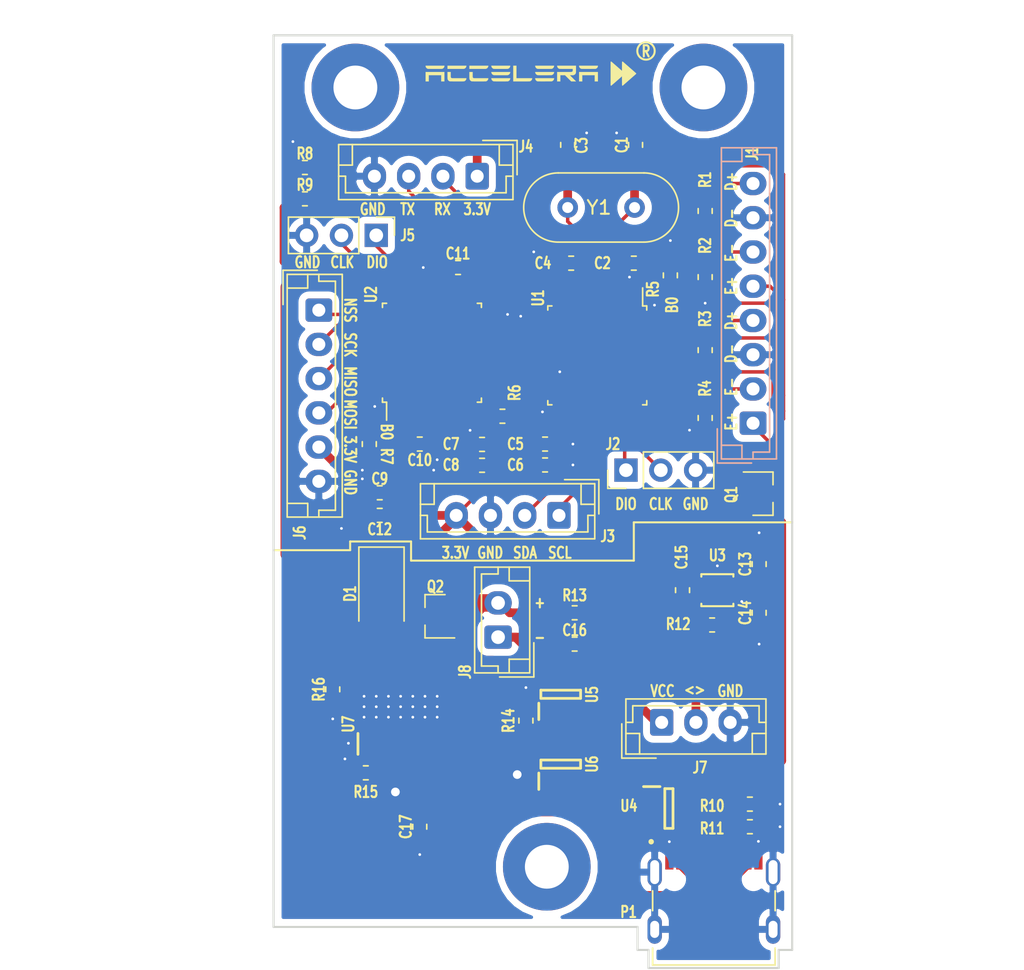
<source format=kicad_pcb>
(kicad_pcb (version 20171130) (host pcbnew "(5.1.6)-1")
  (title_block (title "EncoderBoard Schematic") (rev v1.0) (company "Developed by Paul Max Avalos Aguilar"))
  (layers (0 F.Cu signal) (31 B.Cu signal) (34 B.Paste user) (35 F.Paste user) (36 B.SilkS user) (37 F.SilkS user) (38 B.Mask user) (39 F.Mask user) (44 Edge.Cuts user))
  (net 0 "")
  (net 1 GND)
  (net 2 +3V3)
  (net 3 /SWCLK)
  (net 4 /SWDIO)
  (net 5 "Net-(D1-Pad1)")
  (net 6 /EncEnable)
  (net 7 "Net-(C1-Pad2)")
  (net 8 Batt-)
  (net 9 "Net-(C4-Pad1)")
  (net 10 "Net-(C15-Pad1)")
  (net 11 Batt+)
  (net 12 /I2C2SCL)
  (net 13 /I2C2SDA)
  (net 14 "Net-(R5-Pad1)")
  (net 15 /BLERX)
  (net 16 /BLETX)
  (net 17 VCC)
  (net 18 "Net-(U1-Pad22)")
  (net 19 "Net-(U5-Pad4)")
  (net 20 "Net-(U5-Pad3)")
  (net 21 "Net-(U5-Pad1)")
  (net 22 "Net-(U7-Pad6)")
  (net 23 "Net-(U7-Pad7)")
  (net 24 /Sens_SWDIO)
  (net 25 /Sens_SWCLK)
  (net 26 /SPI1SCK)
  (net 27 /SPI1MISO)
  (net 28 "Net-(U1-Pad29)")
  (net 29 "Net-(U1-Pad20)")
  (net 30 /Sens_SPI3NSS)
  (net 31 /Sens_SPI3SCK)
  (net 32 /Sens_SPI3MISO)
  (net 33 /Sens_SPI3MOSI)
  (net 34 "/E-(b)")
  (net 35 "/E+(a)")
  (net 36 "/D+(b)")
  (net 37 "/E-(a)")
  (net 38 "/D+(a)")
  (net 39 "Net-(U1-Pad6)")
  (net 40 "Net-(U1-Pad5)")
  (net 41 /Data)
  (net 42 "Net-(U1-Pad12)")
  (net 43 /Sens_SPI1MOSI)
  (net 44 "Net-(R7-Pad1)")
  (net 45 "Net-(R8-Pad1)")
  (net 46 "Net-(R12-Pad2)")
  (net 47 "Net-(C3-Pad2)")
  (net 48 "Net-(C10-Pad1)")
  (net 49 "Net-(C14-Pad2)")
  (net 50 "Net-(C15-Pad2)")
  (net 51 "Net-(C16-Pad1)")
  (net 52 "Net-(P1-PadA6)")
  (net 53 "Net-(P1-PadB7)")
  (net 54 "Net-(P1-PadA5)")
  (net 55 "Net-(P1-PadB8)")
  (net 56 "Net-(P1-PadA7)")
  (net 57 "Net-(P1-PadB6)")
  (net 58 "Net-(P1-PadA8)")
  (net 59 "Net-(P1-PadB5)")
  (net 60 "Net-(R14-Pad1)")
  (net 61 "Net-(R15-Pad1)")
  (net 62 "Net-(U2-Pad30)")
  (net 63 "Net-(U2-Pad29)")
  (net 64 "Net-(U2-Pad22)")
  (net 65 "Net-(U2-Pad21)")
  (net 66 "Net-(U2-Pad20)")
  (net 67 "Net-(U2-Pad19)")
  (net 68 "Net-(U2-Pad18)")
  (net 69 "Net-(U2-Pad15)")
  (net 70 "Net-(U2-Pad13)")
  (net 71 "Net-(U2-Pad11)")
  (net 72 "Net-(U2-Pad9)")
  (net 73 "Net-(U2-Pad7)")
  (net 74 "Net-(U2-Pad6)")
  (net 75 "Net-(U2-Pad5)")
  (net 76 "Net-(U2-Pad3)")
  (net 77 "Net-(U2-Pad2)")
  (net 78 "Net-(U4-Pad6)")
  (net 79 "Net-(U4-Pad4)")
  (net 80 "Net-(U4-Pad3)")
  (net 81 "Net-(U4-Pad1)")
  (net 82 "Net-(U6-Pad5)")
  (net 83 "Net-(U6-Pad2)")
  (module Encoder:JST_EH_B8B-EH-A_1x08_P2.50mm_Vertical (layer B.Cu) (at 139.1285 110.5408 90)
    (fp_text reference J1 (at 19.685 -0.0635 270) (layer F.SilkS) (effects (font (size 0.8128 0.6096) (thickness 0.1524))))
    (fp_text value Conn_01x08_Male)
    (pad 1 thru_hole roundrect (at 0 0 90) (size 1.7 1.95) (drill 0.95) (layers *.Cu *.Mask) (roundrect_rratio 0.147059) (net 35 "/E+(a)"))
    (pad 2 thru_hole oval (at 2.5 0 90) (size 1.7 1.95) (drill 0.95) (layers *.Cu *.Mask) (net 34 "/E-(b)"))
    (pad 3 thru_hole oval (at 5 0 90) (size 1.7 1.95) (drill 0.95) (layers *.Cu *.Mask) (net 1 GND))
    (pad 4 thru_hole oval (at 7.5 0 90) (size 1.7 1.95) (drill 0.95) (layers *.Cu *.Mask) (net 36 "/D+(b)"))
    (pad 5 thru_hole oval (at 10 0 90) (size 1.7 1.95) (drill 0.95) (layers *.Cu *.Mask) (net 35 "/E+(a)"))
    (pad 6 thru_hole oval (at 12.5 0 90) (size 1.7 1.95) (drill 0.95) (layers *.Cu *.Mask) (net 37 "/E-(a)"))
    (pad 7 thru_hole oval (at 15 0 90) (size 1.7 1.95) (drill 0.95) (layers *.Cu *.Mask) (net 1 GND))
    (pad 8 thru_hole oval (at 17.5 0 90) (size 1.7 1.95) (drill 0.95) (layers *.Cu *.Mask) (net 38 "/D+(a)"))
  )
  (module Encoder:Logo (layer F.Cu) (at 123.063 85.0138)
    (fp_text reference G*** hide)
    (fp_text value LOGO hide)
  )
  (module Encoder:MountingHole_3.2mm_M3_Pad (layer F.Cu) (at 124.079 142.9258)
    (fp_text reference REF**)
    (fp_text value MountingHole_3.2mm_M3_Pad)
    (pad 1 thru_hole circle (at 0 0) (size 6.4 6.4) (drill 3.2) (layers *.Cu *.Mask))
  )
  (module Encoder:MountingHole_3.2mm_M3_Pad (layer F.Cu) (at 110.109 86.0298)
    (fp_text reference REF**)
    (fp_text value MountingHole_3.2mm_M3_Pad)
    (pad 1 thru_hole circle (at 0 0) (size 6.4 6.4) (drill 3.2) (layers *.Cu *.Mask))
  )
  (module Encoder:MountingHole_3.2mm_M3_Pad (layer F.Cu) (at 135.509 86.0298)
    (fp_text reference REF**)
    (fp_text value MountingHole_3.2mm_M3_Pad)
    (pad 1 thru_hole circle (at 0 0) (size 6.4 6.4) (drill 3.2) (layers *.Cu *.Mask))
  )
  (module Encoder:C_0603_1608Metric_Pad1.05x0.95mm_HandSolder (layer F.Cu) (at 114.808 140.0048 270)
    (fp_text reference C17 (at 0 1.016 90) (layer F.SilkS) (effects (font (size 0.8128 0.6096) (thickness 0.1524))))
    (fp_text value 10uF)
    (pad 2 smd roundrect (at 0.875 0 270) (size 1.05 0.95) (layers F.Cu F.Paste F.Mask) (net 1 GND))
    (pad 1 smd roundrect (at -0.875 0 270) (size 1.05 0.95) (layers F.Cu F.Paste F.Mask) (net 17 VCC))
  )
  (module Encoder:PinHeader_1x03_P2.54mm_Vertical (layer F.Cu) (at 129.8575 113.9698 90)
    (fp_text reference J2 (at 1.905 -0.9525 180) (layer F.SilkS) (effects (font (size 0.8128 0.6096) (thickness 0.1524))))
    (fp_text value Conn_01x03_Male)
    (pad 3 thru_hole oval (at 0 5.08 90) (size 1.7 1.7) (drill 1) (layers *.Cu *.Mask) (net 1 GND))
    (pad 2 thru_hole oval (at 0 2.54 90) (size 1.7 1.7) (drill 1) (layers *.Cu *.Mask) (net 3 /SWCLK))
    (pad 1 thru_hole rect (at 0 0 90) (size 1.7 1.7) (drill 1) (layers *.Cu *.Mask) (net 4 /SWDIO))
  )
  (module Encoder:C_0603_1608Metric_Pad1.05x0.95mm_HandSolder (layer F.Cu) (at 125.857 98.8568 180)
    (fp_text reference C4 (at 2.0574 0) (layer F.SilkS) (effects (font (size 0.8128 0.6096) (thickness 0.1524))))
    (fp_text value 100nF)
    (pad 2 smd roundrect (at 0.875 0 180) (size 1.05 0.95) (layers F.Cu F.Paste F.Mask) (net 1 GND))
    (pad 1 smd roundrect (at -0.875 0 180) (size 1.05 0.95) (layers F.Cu F.Paste F.Mask) (net 9 "Net-(C4-Pad1)"))
  )
  (module Encoder:C_0603_1608Metric_Pad1.05x0.95mm_HandSolder (layer F.Cu) (at 130.429 98.8568 180)
    (fp_text reference C2 (at 2.286 0) (layer F.SilkS) (effects (font (size 0.8128 0.6096) (thickness 0.1524))))
    (fp_text value 100nF)
    (pad 2 smd roundrect (at 0.875 0 180) (size 1.05 0.95) (layers F.Cu F.Paste F.Mask) (net 1 GND))
    (pad 1 smd roundrect (at -0.875 0 180) (size 1.05 0.95) (layers F.Cu F.Paste F.Mask) (net 2 +3V3))
  )
  (module Encoder:C_0603_1608Metric_Pad1.05x0.95mm_HandSolder (layer F.Cu) (at 125.603 90.2208 270)
    (fp_text reference C3 (at 0.035921 -1.016 90) (layer F.SilkS) (effects (font (size 0.8128 0.6096) (thickness 0.1524))))
    (fp_text value 12pF)
    (pad 2 smd roundrect (at 0.875 0 270) (size 1.05 0.95) (layers F.Cu F.Paste F.Mask) (net 47 "Net-(C3-Pad2)"))
    (pad 1 smd roundrect (at -0.875 0 270) (size 1.05 0.95) (layers F.Cu F.Paste F.Mask) (net 1 GND))
  )
  (module Package_QFP:LQFP-32_7x7mm_P0.8mm (layer F.Cu) (at 127.762 105.5878 270)
    (fp_text reference U1 (at -4.191 4.318 90) (layer F.SilkS) (effects (font (size 0.8128 0.6096) (thickness 0.1524))))
    (fp_text value STM32G431KBT6)
    (pad 32 smd roundrect (at -2.8 -4.175 270) (size 0.5 1.5) (layers F.Cu F.Paste F.Mask) (net 1 GND))
    (pad 31 smd roundrect (at -2 -4.175 270) (size 0.5 1.5) (layers F.Cu F.Paste F.Mask) (net 14 "Net-(R5-Pad1)"))
    (pad 30 smd roundrect (at -1.2 -4.175 270) (size 0.5 1.5) (layers F.Cu F.Paste F.Mask) (net 36 "/D+(b)"))
    (pad 29 smd roundrect (at -0.4 -4.175 270) (size 0.5 1.5) (layers F.Cu F.Paste F.Mask) (net 28 "Net-(U1-Pad29)"))
    (pad 28 smd roundrect (at 0.4 -4.175 270) (size 0.5 1.5) (layers F.Cu F.Paste F.Mask) (net 38 "/D+(a)"))
    (pad 27 smd roundrect (at 1.2 -4.175 270) (size 0.5 1.5) (layers F.Cu F.Paste F.Mask) (net 6 /EncEnable))
    (pad 26 smd roundrect (at 2 -4.175 270) (size 0.5 1.5) (layers F.Cu F.Paste F.Mask) (net 38 "/D+(a)"))
    (pad 25 smd roundrect (at 2.8 -4.175 270) (size 0.5 1.5) (layers F.Cu F.Paste F.Mask) (net 36 "/D+(b)"))
    (pad 24 smd roundrect (at 4.175 -2.8 270) (size 1.5 0.5) (layers F.Cu F.Paste F.Mask) (net 3 /SWCLK))
    (pad 23 smd roundrect (at 4.175 -2 270) (size 1.5 0.5) (layers F.Cu F.Paste F.Mask) (net 4 /SWDIO))
    (pad 22 smd roundrect (at 4.175 -1.2 270) (size 1.5 0.5) (layers F.Cu F.Paste F.Mask) (net 18 "Net-(U1-Pad22)"))
    (pad 21 smd roundrect (at 4.175 -0.4 270) (size 1.5 0.5) (layers F.Cu F.Paste F.Mask) (net 17 VCC))
    (pad 20 smd roundrect (at 4.175 0.4 270) (size 1.5 0.5) (layers F.Cu F.Paste F.Mask) (net 29 "Net-(U1-Pad20)"))
    (pad 19 smd roundrect (at 4.175 1.2 270) (size 1.5 0.5) (layers F.Cu F.Paste F.Mask) (net 12 /I2C2SCL))
    (pad 18 smd roundrect (at 4.175 2 270) (size 1.5 0.5) (layers F.Cu F.Paste F.Mask) (net 13 /I2C2SDA))
    (pad 17 smd roundrect (at 4.175 2.8 270) (size 1.5 0.5) (layers F.Cu F.Paste F.Mask) (net 2 +3V3))
    (pad 16 smd roundrect (at 2.8 4.175 270) (size 0.5 1.5) (layers F.Cu F.Paste F.Mask) (net 1 GND))
    (pad 15 smd roundrect (at 2 4.175 270) (size 0.5 1.5) (layers F.Cu F.Paste F.Mask) (net 2 +3V3))
    (pad 14 smd roundrect (at 1.2 4.175 270) (size 0.5 1.5) (layers F.Cu F.Paste F.Mask) (net 1 GND))
    (pad 13 smd roundrect (at 0.4 4.175 270) (size 0.5 1.5) (layers F.Cu F.Paste F.Mask) (net 41 /Data))
    (pad 12 smd roundrect (at -0.4 4.175 270) (size 0.5 1.5) (layers F.Cu F.Paste F.Mask) (net 42 "Net-(U1-Pad12)"))
    (pad 11 smd roundrect (at -1.2 4.175 270) (size 0.5 1.5) (layers F.Cu F.Paste F.Mask) (net 27 /SPI1MISO))
    (pad 10 smd roundrect (at -2 4.175 270) (size 0.5 1.5) (layers F.Cu F.Paste F.Mask) (net 26 /SPI1SCK))
    (pad 9 smd roundrect (at -2.8 4.175 270) (size 0.5 1.5) (layers F.Cu F.Paste F.Mask) (net 45 "Net-(R8-Pad1)"))
    (pad 8 smd roundrect (at -4.175 2.8 270) (size 1.5 0.5) (layers F.Cu F.Paste F.Mask) (net 16 /BLETX))
    (pad 7 smd roundrect (at -4.175 2 270) (size 1.5 0.5) (layers F.Cu F.Paste F.Mask) (net 15 /BLERX))
    (pad 6 smd roundrect (at -4.175 1.2 270) (size 1.5 0.5) (layers F.Cu F.Paste F.Mask) (net 39 "Net-(U1-Pad6)"))
    (pad 5 smd roundrect (at -4.175 0.4 270) (size 1.5 0.5) (layers F.Cu F.Paste F.Mask) (net 40 "Net-(U1-Pad5)"))
    (pad 4 smd roundrect (at -4.175 -0.4 270) (size 1.5 0.5) (layers F.Cu F.Paste F.Mask) (net 9 "Net-(C4-Pad1)"))
    (pad 3 smd roundrect (at -4.175 -1.2 270) (size 1.5 0.5) (layers F.Cu F.Paste F.Mask) (net 47 "Net-(C3-Pad2)"))
    (pad 2 smd roundrect (at -4.175 -2 270) (size 1.5 0.5) (layers F.Cu F.Paste F.Mask) (net 7 "Net-(C1-Pad2)"))
    (pad 1 smd roundrect (at -4.175 -2.8 270) (size 1.5 0.5) (layers F.Cu F.Paste F.Mask) (net 2 +3V3))
  )
  (module Encoder:C_0603_1608Metric_Pad1.05x0.95mm_HandSolder (layer F.Cu) (at 119.3546 113.6142 180)
    (fp_text reference C8 (at 2.2606 0.0254) (layer F.SilkS) (effects (font (size 0.8128 0.6096) (thickness 0.1524))))
    (fp_text value 1uF)
    (pad 2 smd roundrect (at 0.875 0 180) (size 1.05 0.95) (layers F.Cu F.Paste F.Mask) (net 1 GND))
    (pad 1 smd roundrect (at -0.875 0 180) (size 1.05 0.95) (layers F.Cu F.Paste F.Mask) (net 2 +3V3))
  )
  (module Encoder:C_0603_1608Metric_Pad1.05x0.95mm_HandSolder (layer F.Cu) (at 123.952 112.0648)
    (fp_text reference C5 (at -2.159 0) (layer F.SilkS) (effects (font (size 0.8128 0.6096) (thickness 0.1524))))
    (fp_text value 100nF)
    (pad 2 smd roundrect (at 0.875 0) (size 1.05 0.95) (layers F.Cu F.Paste F.Mask) (net 1 GND))
    (pad 1 smd roundrect (at -0.875 0) (size 1.05 0.95) (layers F.Cu F.Paste F.Mask) (net 2 +3V3))
  )
  (module Encoder:Crystal_HC49-U_Vertical (layer F.Cu) (at 125.603 94.7928)
    (fp_text reference Y1 (at 2.286 0) (layer F.SilkS))
    (fp_text value 8Mhz)
    (pad 2 thru_hole circle (at 4.88 0) (size 1.5 1.5) (drill 0.8) (layers *.Cu *.Mask) (net 7 "Net-(C1-Pad2)"))
    (pad 1 thru_hole circle (at 0 0) (size 1.5 1.5) (drill 0.8) (layers *.Cu *.Mask) (net 47 "Net-(C3-Pad2)"))
  )
  (module Encoder:R_0603_1608Metric_Pad1.05x0.95mm_HandSolder (layer F.Cu) (at 133.096 99.7458 90)
    (fp_text reference R5 (at -1.016 -1.27 90) (layer F.SilkS) (effects (font (size 0.8128 0.6096) (thickness 0.1524))))
    (fp_text value 10K)
    (pad 2 smd roundrect (at 0.875 0 90) (size 1.05 0.95) (layers F.Cu F.Paste F.Mask) (net 1 GND))
    (pad 1 smd roundrect (at -0.875 0 90) (size 1.05 0.95) (layers F.Cu F.Paste F.Mask) (net 14 "Net-(R5-Pad1)"))
  )
  (module Encoder:R_0603_1608Metric_Pad1.05x0.95mm_HandSolder (layer F.Cu) (at 135.636 105.2068 90)
    (fp_text reference R3 (at 2.286 0 90) (layer F.SilkS) (effects (font (size 0.8128 0.6096) (thickness 0.1524))))
    (fp_text value 1.2K)
    (pad 2 smd roundrect (at 0.875 0 90) (size 1.05 0.95) (layers F.Cu F.Paste F.Mask) (net 36 "/D+(b)"))
    (pad 1 smd roundrect (at -0.875 0 90) (size 1.05 0.95) (layers F.Cu F.Paste F.Mask) (net 35 "/E+(a)"))
  )
  (module Encoder:R_0603_1608Metric_Pad1.05x0.95mm_HandSolder (layer F.Cu) (at 135.636 110.1598 270)
    (fp_text reference R4 (at -2.159 0 90) (layer F.SilkS) (effects (font (size 0.8128 0.6096) (thickness 0.1524))))
    (fp_text value 560)
    (pad 2 smd roundrect (at 0.875 0 270) (size 1.05 0.95) (layers F.Cu F.Paste F.Mask) (net 1 GND))
    (pad 1 smd roundrect (at -0.875 0 270) (size 1.05 0.95) (layers F.Cu F.Paste F.Mask) (net 34 "/E-(b)"))
  )
  (module Encoder:R_0603_1608Metric_Pad1.05x0.95mm_HandSolder (layer F.Cu) (at 135.636 95.0468 90)
    (fp_text reference R1 (at 2.286 0 90) (layer F.SilkS) (effects (font (size 0.8128 0.6096) (thickness 0.1524))))
    (fp_text value 1.2K)
    (pad 2 smd roundrect (at 0.875 0 90) (size 1.05 0.95) (layers F.Cu F.Paste F.Mask) (net 38 "/D+(a)"))
    (pad 1 smd roundrect (at -0.875 0 90) (size 1.05 0.95) (layers F.Cu F.Paste F.Mask) (net 35 "/E+(a)"))
  )
  (module Encoder:C_0603_1608Metric_Pad1.05x0.95mm_HandSolder (layer F.Cu) (at 130.556 90.2208 270)
    (fp_text reference C1 (at 0 1.005789 90) (layer F.SilkS) (effects (font (size 0.8128 0.6096) (thickness 0.1524))))
    (fp_text value 12pF)
    (pad 2 smd roundrect (at 0.875 0 270) (size 1.05 0.95) (layers F.Cu F.Paste F.Mask) (net 7 "Net-(C1-Pad2)"))
    (pad 1 smd roundrect (at -0.875 0 270) (size 1.05 0.95) (layers F.Cu F.Paste F.Mask) (net 1 GND))
  )
  (module Encoder:C_0603_1608Metric_Pad1.05x0.95mm_HandSolder (layer F.Cu) (at 123.952 113.5888)
    (fp_text reference C6 (at -2.159 0) (layer F.SilkS) (effects (font (size 0.8128 0.6096) (thickness 0.1524))))
    (fp_text value 4.7uF)
    (pad 2 smd roundrect (at 0.875 0) (size 1.05 0.95) (layers F.Cu F.Paste F.Mask) (net 1 GND))
    (pad 1 smd roundrect (at -0.875 0) (size 1.05 0.95) (layers F.Cu F.Paste F.Mask) (net 2 +3V3))
  )
  (module Encoder:R_0603_1608Metric_Pad1.05x0.95mm_HandSolder (layer F.Cu) (at 135.636 99.8728 270)
    (fp_text reference R2 (at -2.3 0 90) (layer F.SilkS) (effects (font (size 0.8128 0.6096) (thickness 0.1524))))
    (fp_text value 560)
    (pad 2 smd roundrect (at 0.875 0 270) (size 1.05 0.95) (layers F.Cu F.Paste F.Mask) (net 1 GND))
    (pad 1 smd roundrect (at -0.875 0 270) (size 1.05 0.95) (layers F.Cu F.Paste F.Mask) (net 37 "/E-(a)"))
  )
  (module Encoder:C_0603_1608Metric_Pad1.05x0.95mm_HandSolder (layer F.Cu) (at 139.573 120.8278 90)
    (fp_text reference C13 (at 0 -1.016 90) (layer F.SilkS) (effects (font (size 0.8128 0.6096) (thickness 0.1524))))
    (fp_text value 4.7uF)
    (pad 2 smd roundrect (at 0.875 0 90) (size 1.05 0.95) (layers F.Cu F.Paste F.Mask) (net 1 GND))
    (pad 1 smd roundrect (at -0.875 0 90) (size 1.05 0.95) (layers F.Cu F.Paste F.Mask) (net 2 +3V3))
  )
  (module Encoder:C_0603_1608Metric_Pad1.05x0.95mm_HandSolder (layer F.Cu) (at 133.985 122.7328 90)
    (fp_text reference C15 (at 2.413 -0.0762 90) (layer F.SilkS) (effects (font (size 0.8128 0.6096) (thickness 0.1524))))
    (fp_text value 1uF)
    (pad 2 smd roundrect (at 0.875 0 90) (size 1.05 0.95) (layers F.Cu F.Paste F.Mask) (net 50 "Net-(C15-Pad2)"))
    (pad 1 smd roundrect (at -0.875 0 90) (size 1.05 0.95) (layers F.Cu F.Paste F.Mask) (net 10 "Net-(C15-Pad1)"))
  )
  (module Encoder:C_0603_1608Metric_Pad1.05x0.95mm_HandSolder (layer F.Cu) (at 139.573 124.3838 90)
    (fp_text reference C14 (at 0 -1.016 90) (layer F.SilkS) (effects (font (size 0.8128 0.6096) (thickness 0.1524))))
    (fp_text value 1uF)
    (pad 2 smd roundrect (at 0.875 0 90) (size 1.05 0.95) (layers F.Cu F.Paste F.Mask) (net 49 "Net-(C14-Pad2)"))
    (pad 1 smd roundrect (at -0.875 0 90) (size 1.05 0.95) (layers F.Cu F.Paste F.Mask) (net 1 GND))
  )
  (module Encoder:R_0603_1608Metric_Pad1.05x0.95mm_HandSolder (layer F.Cu) (at 136.144 125.2728 180)
    (fp_text reference R12 (at 2.4765 0.0635) (layer F.SilkS) (effects (font (size 0.8128 0.6096) (thickness 0.1524))))
    (fp_text value 10K)
    (pad 2 smd roundrect (at 0.875 0 180) (size 1.05 0.95) (layers F.Cu F.Paste F.Mask) (net 46 "Net-(R12-Pad2)"))
    (pad 1 smd roundrect (at -0.875 0 180) (size 1.05 0.95) (layers F.Cu F.Paste F.Mask) (net 49 "Net-(C14-Pad2)"))
  )
  (module Encoder:DFN-6_DC (layer F.Cu) (at 136.525 122.7328 180)
    (fp_text reference U3 (at 0 2.54) (layer F.SilkS) (effects (font (size 0.8128 0.6096) (thickness 0.1524))))
    (fp_text value LTC3240)
    (pad 7 smd rect (at 0 0 180) (size 0.61 1.42) (layers F.Cu F.Paste F.Mask) (net 1 GND))
    (pad 6 smd rect (at 0.9524 -0.5 180) (size 0.8048 0.3) (layers F.Cu F.Paste F.Mask) (net 46 "Net-(R12-Pad2)"))
    (pad 5 smd rect (at 0.9524 0 180) (size 0.8048 0.3) (layers F.Cu F.Paste F.Mask) (net 10 "Net-(C15-Pad1)"))
    (pad 4 smd rect (at 0.9524 0.5 180) (size 0.8048 0.3) (layers F.Cu F.Paste F.Mask) (net 50 "Net-(C15-Pad2)"))
    (pad 3 smd rect (at -0.9524 0.5 180) (size 0.8048 0.3) (layers F.Cu F.Paste F.Mask) (net 2 +3V3))
    (pad 2 smd rect (at -0.9524 0 180) (size 0.8048 0.3) (layers F.Cu F.Paste F.Mask) (net 49 "Net-(C14-Pad2)"))
    (pad 1 smd rect (at -0.9524 -0.5 180) (size 0.8048 0.3) (layers F.Cu F.Paste F.Mask) (net 1 GND))
  )
  (module Encoder:C_0603_1608Metric_Pad1.05x0.95mm_HandSolder (layer F.Cu) (at 126.111 126.6698 180)
    (fp_text reference C16 (at 0 1.016) (layer F.SilkS) (effects (font (size 0.8128 0.6096) (thickness 0.1524))))
    (fp_text value 100nF)
    (pad 2 smd roundrect (at 0.875 0 180) (size 1.05 0.95) (layers F.Cu F.Paste F.Mask) (net 8 Batt-))
    (pad 1 smd roundrect (at -0.875 0 180) (size 1.05 0.95) (layers F.Cu F.Paste F.Mask) (net 51 "Net-(C16-Pad1)"))
  )
  (module Encoder:D_SMA (layer F.Cu) (at 112.014 122.9868 270)
    (fp_text reference D1 (at 0 2.286 90) (layer F.SilkS) (effects (font (size 0.8128 0.6096) (thickness 0.1524))))
    (fp_text value D)
    (pad 2 smd rect (at 2 0 270) (size 2.5 1.8) (layers F.Cu F.Paste F.Mask) (net 17 VCC))
    (pad 1 smd rect (at -2 0 270) (size 2.5 1.8) (layers F.Cu F.Paste F.Mask) (net 5 "Net-(D1-Pad1)"))
  )
  (module "Encoder:Sop(8)" (layer F.Cu) (at 112.903 131.2418 90)
    (fp_text reference U7 (at -1.27 -3.302 90) (layer F.SilkS) (effects (font (size 0.8128 0.6096) (thickness 0.1524))))
    (fp_text value TP4056 hide)
    (pad 9 smd rect (at 0 0 90) (size 2.513 3.402) (layers F.Cu F.Paste F.Mask) (net 1 GND))
    (pad 8 smd rect (at 2.712 -1.905 180) (size 0.7 1.525) (layers F.Cu F.Paste F.Mask) (net 17 VCC))
    (pad 7 smd rect (at 2.712 -0.635 180) (size 0.7 1.525) (layers F.Cu F.Paste F.Mask) (net 23 "Net-(U7-Pad7)"))
    (pad 6 smd rect (at 2.712 0.635 180) (size 0.7 1.525) (layers F.Cu F.Paste F.Mask) (net 22 "Net-(U7-Pad6)"))
    (pad 5 smd rect (at 2.712 1.905 180) (size 0.7 1.525) (layers F.Cu F.Paste F.Mask) (net 11 Batt+))
    (pad 4 smd rect (at -2.712 1.905 180) (size 0.7 1.525) (layers F.Cu F.Paste F.Mask) (net 17 VCC))
    (pad 3 smd rect (at -2.712 0.635 180) (size 0.7 1.525) (layers F.Cu F.Paste F.Mask) (net 1 GND))
    (pad 2 smd rect (at -2.712 -0.635 180) (size 0.7 1.525) (layers F.Cu F.Paste F.Mask) (net 61 "Net-(R15-Pad1)"))
    (pad 1 smd rect (at -2.712 -1.905 180) (size 0.7 1.525) (layers F.Cu F.Paste F.Mask) (net 1 GND))
  )
  (module "Encoder:Sot-23(6)" (layer F.Cu) (at 125.095 130.3328 90)
    (fp_text reference U5 (at -0.02 2.286 90) (layer F.SilkS) (effects (font (size 0.8128 0.6096) (thickness 0.1524))))
    (fp_text value DW01+G hide)
    (pad 6 smd rect (at 1.25 -0.95 180) (size 0.6 1.2) (layers F.Cu F.Paste F.Mask) (net 8 Batt-))
    (pad 5 smd rect (at 1.25 0 180) (size 0.6 1.2) (layers F.Cu F.Paste F.Mask) (net 51 "Net-(C16-Pad1)"))
    (pad 4 smd rect (at 1.25 0.95 180) (size 0.6 1.2) (layers F.Cu F.Paste F.Mask) (net 19 "Net-(U5-Pad4)"))
    (pad 3 smd rect (at -1.25 0.95 180) (size 0.6 1.2) (layers F.Cu F.Paste F.Mask) (net 20 "Net-(U5-Pad3)"))
    (pad 2 smd rect (at -1.25 0 180) (size 0.6 1.2) (layers F.Cu F.Paste F.Mask) (net 60 "Net-(R14-Pad1)"))
    (pad 1 smd rect (at -1.25 -0.95 180) (size 0.6 1.2) (layers F.Cu F.Paste F.Mask) (net 21 "Net-(U5-Pad1)"))
  )
  (module Encoder:SOT-23 (layer F.Cu) (at 115.951 124.6378 180)
    (fp_text reference Q2 (at 0 2.159) (layer F.SilkS) (effects (font (size 0.8128 0.6096) (thickness 0.1524))))
    (fp_text value Q_PMOS_GSD)
    (pad 3 smd rect (at 1 0 180) (size 0.9 0.8) (layers F.Cu F.Paste F.Mask) (net 11 Batt+))
    (pad 2 smd rect (at -1 0.95 180) (size 0.9 0.8) (layers F.Cu F.Paste F.Mask) (net 5 "Net-(D1-Pad1)"))
    (pad 1 smd rect (at -1 -0.95 180) (size 0.9 0.8) (layers F.Cu F.Paste F.Mask) (net 17 VCC))
  )
  (module Encoder:R_0603_1608Metric_Pad1.05x0.95mm_HandSolder (layer F.Cu) (at 110.871 136.0678 180)
    (fp_text reference R15 (at 0 -1.397) (layer F.SilkS) (effects (font (size 0.8128 0.6096) (thickness 0.1524))))
    (fp_text value 1.5K)
    (pad 2 smd roundrect (at 0.875 0 180) (size 1.05 0.95) (layers F.Cu F.Paste F.Mask) (net 1 GND))
    (pad 1 smd roundrect (at -0.875 0 180) (size 1.05 0.95) (layers F.Cu F.Paste F.Mask) (net 61 "Net-(R15-Pad1)"))
  )
  (module Encoder:R_0603_1608Metric_Pad1.05x0.95mm_HandSolder (layer F.Cu) (at 122.555 132.2578 90)
    (fp_text reference R14 (at 0 -1.27 90) (layer F.SilkS) (effects (font (size 0.8128 0.6096) (thickness 0.1524))))
    (fp_text value 1K)
    (pad 2 smd roundrect (at 0.875 0 90) (size 1.05 0.95) (layers F.Cu F.Paste F.Mask) (net 1 GND))
    (pad 1 smd roundrect (at -0.875 0 90) (size 1.05 0.95) (layers F.Cu F.Paste F.Mask) (net 60 "Net-(R14-Pad1)"))
  )
  (module Encoder:R_0603_1608Metric_Pad1.05x0.95mm_HandSolder (layer F.Cu) (at 126.111 124.3838)
    (fp_text reference R13 (at 0 -1.27) (layer F.SilkS) (effects (font (size 0.8128 0.6096) (thickness 0.1524))))
    (fp_text value 100)
    (pad 2 smd roundrect (at 0.875 0) (size 1.05 0.95) (layers F.Cu F.Paste F.Mask) (net 51 "Net-(C16-Pad1)"))
    (pad 1 smd roundrect (at -0.875 0) (size 1.05 0.95) (layers F.Cu F.Paste F.Mask) (net 11 Batt+))
  )
  (module Encoder:R_0603_1608Metric_Pad1.05x0.95mm_HandSolder (layer F.Cu) (at 108.458 129.9718 270)
    (fp_text reference R16 (at 0 1.016 90) (layer F.SilkS) (effects (font (size 0.8128 0.6096) (thickness 0.1524))))
    (fp_text value 10K)
    (pad 2 smd roundrect (at 0.875 0 270) (size 1.05 0.95) (layers F.Cu F.Paste F.Mask) (net 1 GND))
    (pad 1 smd roundrect (at -0.875 0 270) (size 1.05 0.95) (layers F.Cu F.Paste F.Mask) (net 17 VCC))
  )
  (module "Encoder:Sot-23(6)" (layer F.Cu) (at 132.989 138.6738)
    (fp_text reference U4 (at -2.921 -0.193) (layer F.SilkS) (effects (font (size 0.8128 0.6096) (thickness 0.1524))))
    (fp_text value 82402305 hide)
    (pad 6 smd rect (at 1.25 -0.95 90) (size 0.6 1.2) (layers F.Cu F.Paste F.Mask) (net 78 "Net-(U4-Pad6)"))
    (pad 5 smd rect (at 1.25 0 90) (size 0.6 1.2) (layers F.Cu F.Paste F.Mask) (net 17 VCC))
    (pad 4 smd rect (at 1.25 0.95 90) (size 0.6 1.2) (layers F.Cu F.Paste F.Mask) (net 79 "Net-(U4-Pad4)"))
    (pad 3 smd rect (at -1.25 0.95 90) (size 0.6 1.2) (layers F.Cu F.Paste F.Mask) (net 80 "Net-(U4-Pad3)"))
    (pad 2 smd rect (at -1.25 0 90) (size 0.6 1.2) (layers F.Cu F.Paste F.Mask) (net 1 GND))
    (pad 1 smd rect (at -1.25 -0.95 90) (size 0.6 1.2) (layers F.Cu F.Paste F.Mask) (net 81 "Net-(U4-Pad1)"))
  )
  (module "Encoder:Sot-23(6)" (layer F.Cu) (at 125.095 135.4328 90)
    (fp_text reference U6 (at 0 2.286 90) (layer F.SilkS) (effects (font (size 0.8128 0.6096) (thickness 0.1524))))
    (fp_text value DMosfet hide)
    (pad 6 smd rect (at 1.25 -0.95 180) (size 0.6 1.2) (layers F.Cu F.Paste F.Mask) (net 20 "Net-(U5-Pad3)"))
    (pad 5 smd rect (at 1.25 0 180) (size 0.6 1.2) (layers F.Cu F.Paste F.Mask) (net 82 "Net-(U6-Pad5)"))
    (pad 4 smd rect (at 1.25 0.95 180) (size 0.6 1.2) (layers F.Cu F.Paste F.Mask) (net 21 "Net-(U5-Pad1)"))
    (pad 3 smd rect (at -1.25 0.95 180) (size 0.6 1.2) (layers F.Cu F.Paste F.Mask) (net 8 Batt-))
    (pad 2 smd rect (at -1.25 0 180) (size 0.6 1.2) (layers F.Cu F.Paste F.Mask) (net 83 "Net-(U6-Pad2)"))
    (pad 1 smd rect (at -1.25 -0.95 180) (size 0.6 1.2) (layers F.Cu F.Paste F.Mask) (net 1 GND))
  )
  (module Encoder:R_0603_1608Metric_Pad1.05x0.95mm_HandSolder (layer F.Cu) (at 106.426 94.1578)
    (fp_text reference R9 (at 0 -1.016) (layer F.SilkS) (effects (font (size 0.8128 0.6096) (thickness 0.1524))))
    (fp_text value 10K)
    (pad 2 smd roundrect (at 0.875 0) (size 1.05 0.95) (layers F.Cu F.Paste F.Mask) (net 45 "Net-(R8-Pad1)"))
    (pad 1 smd roundrect (at -0.875 0) (size 1.05 0.95) (layers F.Cu F.Paste F.Mask) (net 11 Batt+))
  )
  (module Encoder:R_0603_1608Metric_Pad1.05x0.95mm_HandSolder (layer F.Cu) (at 106.426 91.8718 180)
    (fp_text reference R8 (at 0 1.016) (layer F.SilkS) (effects (font (size 0.8128 0.6096) (thickness 0.1524))))
    (fp_text value 10K)
    (pad 2 smd roundrect (at 0.875 0 180) (size 1.05 0.95) (layers F.Cu F.Paste F.Mask) (net 1 GND))
    (pad 1 smd roundrect (at -0.875 0 180) (size 1.05 0.95) (layers F.Cu F.Paste F.Mask) (net 45 "Net-(R8-Pad1)"))
  )
  (module Encoder:C_0603_1608Metric_Pad1.05x0.95mm_HandSolder (layer F.Cu) (at 119.3546 112.0902 180)
    (fp_text reference C7 (at 2.2606 0.0254) (layer F.SilkS) (effects (font (size 0.8128 0.6096) (thickness 0.1524))))
    (fp_text value 10nF)
    (pad 2 smd roundrect (at 0.875 0 180) (size 1.05 0.95) (layers F.Cu F.Paste F.Mask) (net 1 GND))
    (pad 1 smd roundrect (at -0.875 0 180) (size 1.05 0.95) (layers F.Cu F.Paste F.Mask) (net 2 +3V3))
  )
  (module Encoder:C_0603_1608Metric_Pad1.05x0.95mm_HandSolder (layer F.Cu) (at 111.887 115.6208 180)
    (fp_text reference C9 (at 0 1.016) (layer F.SilkS) (effects (font (size 0.8128 0.6096) (thickness 0.1524))))
    (fp_text value 100nF)
    (pad 2 smd roundrect (at 0.875 0 180) (size 1.05 0.95) (layers F.Cu F.Paste F.Mask) (net 1 GND))
    (pad 1 smd roundrect (at -0.875 0 180) (size 1.05 0.95) (layers F.Cu F.Paste F.Mask) (net 2 +3V3))
  )
  (module Encoder:C_0603_1608Metric_Pad1.05x0.95mm_HandSolder (layer F.Cu) (at 114.808 112.0648)
    (fp_text reference C10 (at 0 1.1684) (layer F.SilkS) (effects (font (size 0.8128 0.6096) (thickness 0.1524))))
    (fp_text value 100nF)
    (pad 2 smd roundrect (at 0.875 0) (size 1.05 0.95) (layers F.Cu F.Paste F.Mask) (net 1 GND))
    (pad 1 smd roundrect (at -0.875 0) (size 1.05 0.95) (layers F.Cu F.Paste F.Mask) (net 48 "Net-(C10-Pad1)"))
  )
  (module Encoder:C_0603_1608Metric_Pad1.05x0.95mm_HandSolder (layer F.Cu) (at 117.602 99.1743 180)
    (fp_text reference C11 (at 0 1.016) (layer F.SilkS) (effects (font (size 0.8128 0.6096) (thickness 0.1524))))
    (fp_text value 100nF)
    (pad 2 smd roundrect (at 0.875 0 180) (size 1.05 0.95) (layers F.Cu F.Paste F.Mask) (net 1 GND))
    (pad 1 smd roundrect (at -0.875 0 180) (size 1.05 0.95) (layers F.Cu F.Paste F.Mask) (net 2 +3V3))
  )
  (module Encoder:R_0603_1608Metric_Pad1.05x0.95mm_HandSolder (layer F.Cu) (at 111.125 112.0648 270)
    (fp_text reference R7 (at 0.889 -1.27 270 unlocked) (layer F.SilkS) (effects (font (size 0.8128 0.6096) (thickness 0.1524))))
    (fp_text value 10K)
    (pad 2 smd roundrect (at 0.875 0 270) (size 1.05 0.95) (layers F.Cu F.Paste F.Mask) (net 1 GND))
    (pad 1 smd roundrect (at -0.875 0 270) (size 1.05 0.95) (layers F.Cu F.Paste F.Mask) (net 44 "Net-(R7-Pad1)"))
  )
  (module Package_QFP:LQFP-32_7x7mm_P0.8mm (layer F.Cu) (at 115.697 105.3973 90)
    (fp_text reference U2 (at 4.2545 -4.445 90) (layer F.SilkS) (effects (font (size 0.8128 0.6096) (thickness 0.1524))))
    (fp_text value STM32G431KBT6)
    (pad 32 smd roundrect (at -2.8 -4.175 90) (size 0.5 1.5) (layers F.Cu F.Paste F.Mask) (net 1 GND))
    (pad 31 smd roundrect (at -2 -4.175 90) (size 0.5 1.5) (layers F.Cu F.Paste F.Mask) (net 44 "Net-(R7-Pad1)"))
    (pad 30 smd roundrect (at -1.2 -4.175 90) (size 0.5 1.5) (layers F.Cu F.Paste F.Mask) (net 62 "Net-(U2-Pad30)"))
    (pad 29 smd roundrect (at -0.4 -4.175 90) (size 0.5 1.5) (layers F.Cu F.Paste F.Mask) (net 63 "Net-(U2-Pad29)"))
    (pad 28 smd roundrect (at 0.4 -4.175 90) (size 0.5 1.5) (layers F.Cu F.Paste F.Mask) (net 33 /Sens_SPI3MOSI))
    (pad 27 smd roundrect (at 1.2 -4.175 90) (size 0.5 1.5) (layers F.Cu F.Paste F.Mask) (net 32 /Sens_SPI3MISO))
    (pad 26 smd roundrect (at 2 -4.175 90) (size 0.5 1.5) (layers F.Cu F.Paste F.Mask) (net 31 /Sens_SPI3SCK))
    (pad 25 smd roundrect (at 2.8 -4.175 90) (size 0.5 1.5) (layers F.Cu F.Paste F.Mask) (net 30 /Sens_SPI3NSS))
    (pad 24 smd roundrect (at 4.175 -2.8 90) (size 1.5 0.5) (layers F.Cu F.Paste F.Mask) (net 25 /Sens_SWCLK))
    (pad 23 smd roundrect (at 4.175 -2 90) (size 1.5 0.5) (layers F.Cu F.Paste F.Mask) (net 24 /Sens_SWDIO))
    (pad 22 smd roundrect (at 4.175 -1.2 90) (size 1.5 0.5) (layers F.Cu F.Paste F.Mask) (net 64 "Net-(U2-Pad22)"))
    (pad 21 smd roundrect (at 4.175 -0.4 90) (size 1.5 0.5) (layers F.Cu F.Paste F.Mask) (net 65 "Net-(U2-Pad21)"))
    (pad 20 smd roundrect (at 4.175 0.4 90) (size 1.5 0.5) (layers F.Cu F.Paste F.Mask) (net 66 "Net-(U2-Pad20)"))
    (pad 19 smd roundrect (at 4.175 1.2 90) (size 1.5 0.5) (layers F.Cu F.Paste F.Mask) (net 67 "Net-(U2-Pad19)"))
    (pad 18 smd roundrect (at 4.175 2 90) (size 1.5 0.5) (layers F.Cu F.Paste F.Mask) (net 68 "Net-(U2-Pad18)"))
    (pad 17 smd roundrect (at 4.175 2.8 90) (size 1.5 0.5) (layers F.Cu F.Paste F.Mask) (net 2 +3V3))
    (pad 16 smd roundrect (at 2.8 4.175 90) (size 0.5 1.5) (layers F.Cu F.Paste F.Mask) (net 1 GND))
    (pad 15 smd roundrect (at 2 4.175 90) (size 0.5 1.5) (layers F.Cu F.Paste F.Mask) (net 69 "Net-(U2-Pad15)"))
    (pad 14 smd roundrect (at 1.2 4.175 90) (size 0.5 1.5) (layers F.Cu F.Paste F.Mask) (net 1 GND))
    (pad 13 smd roundrect (at 0.4 4.175 90) (size 0.5 1.5) (layers F.Cu F.Paste F.Mask) (net 70 "Net-(U2-Pad13)"))
    (pad 12 smd roundrect (at -0.4 4.175 90) (size 0.5 1.5) (layers F.Cu F.Paste F.Mask) (net 43 /Sens_SPI1MOSI))
    (pad 11 smd roundrect (at -1.2 4.175 90) (size 0.5 1.5) (layers F.Cu F.Paste F.Mask) (net 71 "Net-(U2-Pad11)"))
    (pad 10 smd roundrect (at -2 4.175 90) (size 0.5 1.5) (layers F.Cu F.Paste F.Mask) (net 26 /SPI1SCK))
    (pad 9 smd roundrect (at -2.8 4.175 90) (size 0.5 1.5) (layers F.Cu F.Paste F.Mask) (net 72 "Net-(U2-Pad9)"))
    (pad 8 smd roundrect (at -4.175 2.8 90) (size 1.5 0.5) (layers F.Cu F.Paste F.Mask) (net 41 /Data))
    (pad 7 smd roundrect (at -4.175 2 90) (size 1.5 0.5) (layers F.Cu F.Paste F.Mask) (net 73 "Net-(U2-Pad7)"))
    (pad 6 smd roundrect (at -4.175 1.2 90) (size 1.5 0.5) (layers F.Cu F.Paste F.Mask) (net 74 "Net-(U2-Pad6)"))
    (pad 5 smd roundrect (at -4.175 0.4 90) (size 1.5 0.5) (layers F.Cu F.Paste F.Mask) (net 75 "Net-(U2-Pad5)"))
    (pad 4 smd roundrect (at -4.175 -0.4 90) (size 1.5 0.5) (layers F.Cu F.Paste F.Mask) (net 48 "Net-(C10-Pad1)"))
    (pad 3 smd roundrect (at -4.175 -1.2 90) (size 1.5 0.5) (layers F.Cu F.Paste F.Mask) (net 76 "Net-(U2-Pad3)"))
    (pad 2 smd roundrect (at -4.175 -2 90) (size 1.5 0.5) (layers F.Cu F.Paste F.Mask) (net 77 "Net-(U2-Pad2)"))
    (pad 1 smd roundrect (at -4.175 -2.8 90) (size 1.5 0.5) (layers F.Cu F.Paste F.Mask) (net 2 +3V3))
  )
  (module Encoder:PinHeader_1x03_P2.54mm_Vertical (layer F.Cu) (at 111.633 96.8248 270)
    (fp_text reference J5 (at 0 -2.286 180) (layer F.SilkS) (effects (font (size 0.8128 0.6096) (thickness 0.1524))))
    (fp_text value Conn_01x03_Male)
    (pad 3 thru_hole oval (at 0 5.08 270) (size 1.7 1.7) (drill 1) (layers *.Cu *.Mask) (net 1 GND))
    (pad 2 thru_hole oval (at 0 2.54 270) (size 1.7 1.7) (drill 1) (layers *.Cu *.Mask) (net 25 /Sens_SWCLK))
    (pad 1 thru_hole rect (at 0 0 270) (size 1.7 1.7) (drill 1) (layers *.Cu *.Mask) (net 24 /Sens_SWDIO))
  )
  (module Encoder:C_0603_1608Metric_Pad1.05x0.95mm_HandSolder (layer F.Cu) (at 111.887 117.2718 180)
    (fp_text reference C12 (at 0 -1.016) (layer F.SilkS) (effects (font (size 0.8128 0.6096) (thickness 0.1524))))
    (fp_text value 4.7uF)
    (pad 2 smd roundrect (at 0.875 0 180) (size 1.05 0.95) (layers F.Cu F.Paste F.Mask) (net 1 GND))
    (pad 1 smd roundrect (at -0.875 0 180) (size 1.05 0.95) (layers F.Cu F.Paste F.Mask) (net 2 +3V3))
  )
  (module Connector_JST:JST_EH_B3B-EH-A_1x03_P2.50mm_Vertical (layer F.Cu) (at 132.461 132.3848)
    (fp_text reference J7 (at 2.794 3.302) (layer F.SilkS) (effects (font (size 0.8128 0.6096) (thickness 0.1524))))
    (fp_text value Conn_01x03_Male)
    (pad 3 thru_hole oval (at 5 0) (size 1.7 1.95) (drill 0.95) (layers *.Cu *.Mask) (net 1 GND))
    (pad 2 thru_hole oval (at 2.5 0) (size 1.7 1.95) (drill 0.95) (layers *.Cu *.Mask) (net 49 "Net-(C14-Pad2)"))
    (pad 1 thru_hole roundrect (at 0 0) (size 1.7 1.95) (drill 0.95) (layers *.Cu *.Mask) (roundrect_rratio 0.147059) (net 5 "Net-(D1-Pad1)"))
  )
  (module Encoder:SOT-23 (layer F.Cu) (at 139.827 115.6843)
    (fp_text reference Q1 (at -2.286 0.0635 90) (layer F.SilkS) (effects (font (size 0.8128 0.6096) (thickness 0.1524))))
    (fp_text value Q_PMOS_GSD)
    (pad 3 smd rect (at 1 0) (size 0.9 0.8) (layers F.Cu F.Paste F.Mask) (net 35 "/E+(a)"))
    (pad 2 smd rect (at -1 0.95) (size 0.9 0.8) (layers F.Cu F.Paste F.Mask) (net 2 +3V3))
    (pad 1 smd rect (at -1 -0.95) (size 0.9 0.8) (layers F.Cu F.Paste F.Mask) (net 6 /EncEnable))
  )
  (module Encoder:R_0603_1608Metric_Pad1.05x0.95mm_HandSolder (layer F.Cu) (at 120.8405 110.0328)
    (fp_text reference R6 (at 0.889 -1.7145 90) (layer F.SilkS) (effects (font (size 0.8128 0.6096) (thickness 0.1524))))
    (fp_text value 1K)
    (pad 2 smd roundrect (at 0.875 0) (size 1.05 0.95) (layers F.Cu F.Paste F.Mask) (net 27 /SPI1MISO))
    (pad 1 smd roundrect (at -0.875 0) (size 1.05 0.95) (layers F.Cu F.Paste F.Mask) (net 43 /Sens_SPI1MOSI))
  )
  (module Encoder:R_0603_1608Metric_Pad1.05x0.95mm_HandSolder (layer F.Cu) (at 138.9 140.0048)
    (fp_text reference R11 (at -2.756 0.127) (layer F.SilkS) (effects (font (size 0.8128 0.6096) (thickness 0.1524))))
    (fp_text value 5.1K)
    (pad 2 smd roundrect (at 0.875 0) (size 1.05 0.95) (layers F.Cu F.Paste F.Mask) (net 1 GND))
    (pad 1 smd roundrect (at -0.875 0) (size 1.05 0.95) (layers F.Cu F.Paste F.Mask) (net 59 "Net-(P1-PadB5)"))
  )
  (module Encoder:R_0603_1608Metric_Pad1.05x0.95mm_HandSolder (layer F.Cu) (at 138.9 138.3538)
    (fp_text reference R10 (at -2.756 0.127) (layer F.SilkS) (effects (font (size 0.8128 0.6096) (thickness 0.1524))))
    (fp_text value 5.1k)
    (pad 2 smd roundrect (at 0.875 0) (size 1.05 0.95) (layers F.Cu F.Paste F.Mask) (net 1 GND))
    (pad 1 smd roundrect (at -0.875 0) (size 1.05 0.95) (layers F.Cu F.Paste F.Mask) (net 54 "Net-(P1-PadA5)"))
  )
  (module Encoder:JST_EH_B2B-EH-A_1x02_P2.50mm_Vertical (layer F.Cu) (at 120.523 126.1618 90)
    (fp_text reference J8 (at -2.54 -2.413 90) (layer F.SilkS) (effects (font (size 0.8128 0.6096) (thickness 0.1524))))
    (fp_text value Conn_01x02_Male)
    (pad 1 thru_hole roundrect (at 0 0 90) (size 1.7 2) (drill 1) (layers *.Cu *.Mask) (roundrect_rratio 0.147059) (net 8 Batt-))
    (pad 2 thru_hole oval (at 2.5 0 90) (size 1.7 2) (drill 1) (layers *.Cu *.Mask) (net 11 Batt+))
  )
  (module Encoder:JST_EH_B6B-EH-A_1x06_P2.50mm_Vertical (layer F.Cu) (at 107.442 102.2858 270)
    (fp_text reference J6 (at 16.256 1.397 90) (layer F.SilkS) (effects (font (size 0.8128 0.6096) (thickness 0.1524))))
    (fp_text value Conn_01x06_Male)
    (pad 1 thru_hole roundrect (at 0 0 270) (size 1.7 1.95) (drill 0.95) (layers *.Cu *.Mask) (roundrect_rratio 0.147059) (net 30 /Sens_SPI3NSS))
    (pad 2 thru_hole oval (at 2.5 0 270) (size 1.7 1.95) (drill 0.95) (layers *.Cu *.Mask) (net 31 /Sens_SPI3SCK))
    (pad 3 thru_hole oval (at 5 0 270) (size 1.7 1.95) (drill 0.95) (layers *.Cu *.Mask) (net 32 /Sens_SPI3MISO))
    (pad 4 thru_hole oval (at 7.5 0 270) (size 1.7 1.95) (drill 0.95) (layers *.Cu *.Mask) (net 33 /Sens_SPI3MOSI))
    (pad 5 thru_hole oval (at 10 0 270) (size 1.7 1.95) (drill 0.95) (layers *.Cu *.Mask) (net 2 +3V3))
    (pad 6 thru_hole oval (at 12.5 0 270) (size 1.7 1.95) (drill 0.95) (layers *.Cu *.Mask) (net 1 GND))
  )
  (module Encoder:JST_EH_B4B-EH-A_1x04_P2.50mm_Vertical (layer F.Cu) (at 124.968 117.2718 180)
    (fp_text reference J3 (at -3.556 -1.524) (layer F.SilkS) (effects (font (size 0.8128 0.6096) (thickness 0.1524))))
    (fp_text value Conn_01x04_Male)
    (pad 1 thru_hole roundrect (at 0 0 180) (size 1.7 1.95) (drill 0.95) (layers *.Cu *.Mask) (roundrect_rratio 0.147059) (net 12 /I2C2SCL))
    (pad 2 thru_hole oval (at 2.5 0 180) (size 1.7 1.95) (drill 0.95) (layers *.Cu *.Mask) (net 13 /I2C2SDA))
    (pad 3 thru_hole oval (at 5 0 180) (size 1.7 1.95) (drill 0.95) (layers *.Cu *.Mask) (net 1 GND))
    (pad 4 thru_hole oval (at 7.5 0 180) (size 1.7 1.95) (drill 0.95) (layers *.Cu *.Mask) (net 2 +3V3))
  )
  (module Encoder:JST_EH_B4B-EH-A_1x04_P2.50mm_Vertical (layer F.Cu) (at 118.999 92.5068 180)
    (fp_text reference J4 (at -3.556 2.159) (layer F.SilkS) (effects (font (size 0.8128 0.6096) (thickness 0.1524))))
    (fp_text value Conn_01x04_Male)
    (pad 1 thru_hole roundrect (at 0 0 180) (size 1.7 1.95) (drill 0.95) (layers *.Cu *.Mask) (roundrect_rratio 0.147059) (net 2 +3V3))
    (pad 2 thru_hole oval (at 2.5 0 180) (size 1.7 1.95) (drill 0.95) (layers *.Cu *.Mask) (net 15 /BLERX))
    (pad 3 thru_hole oval (at 5 0 180) (size 1.7 1.95) (drill 0.95) (layers *.Cu *.Mask) (net 16 /BLETX))
    (pad 4 thru_hole oval (at 7.5 0 180) (size 1.7 1.95) (drill 0.95) (layers *.Cu *.Mask) (net 1 GND))
  )
  (module Encoder:HRO_TYPE-C-31-M-12 (layer F.Cu) (at 136.271 147.4978)
    (fp_text reference P1 (at -6.223 -1.27) (layer F.SilkS) (effects (font (size 0.8128 0.6096) (thickness 0.1524))))
    (fp_text value TYPE-C-31-M-12)
    (pad A1B12 smd rect (at -3.25 -5.095) (size 0.6 1.45) (layers F.Cu F.Paste F.Mask) (net 1 GND))
    (pad A4B9 smd rect (at -2.45 -5.095) (size 0.6 1.45) (layers F.Cu F.Paste F.Mask) (net 17 VCC))
    (pad A6 smd rect (at -0.25 -5.095) (size 0.3 1.45) (layers F.Cu F.Paste F.Mask) (net 52 "Net-(P1-PadA6)"))
    (pad B7 smd rect (at -0.75 -5.095) (size 0.3 1.45) (layers F.Cu F.Paste F.Mask) (net 53 "Net-(P1-PadB7)"))
    (pad A5 smd rect (at -1.25 -5.095) (size 0.3 1.45) (layers F.Cu F.Paste F.Mask) (net 54 "Net-(P1-PadA5)"))
    (pad B8 smd rect (at -1.75 -5.095) (size 0.3 1.45) (layers F.Cu F.Paste F.Mask) (net 55 "Net-(P1-PadB8)"))
    (pad A7 smd rect (at 0.25 -5.095) (size 0.3 1.45) (layers F.Cu F.Paste F.Mask) (net 56 "Net-(P1-PadA7)"))
    (pad B6 smd rect (at 0.75 -5.095) (size 0.3 1.45) (layers F.Cu F.Paste F.Mask) (net 57 "Net-(P1-PadB6)"))
    (pad A8 smd rect (at 1.25 -5.095) (size 0.3 1.45) (layers F.Cu F.Paste F.Mask) (net 58 "Net-(P1-PadA8)"))
    (pad B5 smd rect (at 1.75 -5.095) (size 0.3 1.45) (layers F.Cu F.Paste F.Mask) (net 59 "Net-(P1-PadB5)"))
    (pad B4A9 smd rect (at 2.45 -5.095) (size 0.6 1.45) (layers F.Cu F.Paste F.Mask) (net 17 VCC))
    (pad B1A12 smd rect (at 3.25 -5.095) (size 0.6 1.45) (layers F.Cu F.Paste F.Mask) (net 1 GND))
    (pad S1 thru_hole oval (at -4.32 -4.18) (size 1.05 2.1) (drill oval 0.65 1.75) (layers *.Cu *.Mask) (net 1 GND))
    (pad S2 thru_hole oval (at 4.32 -4.18) (size 1.05 2.1) (drill oval 0.65 1.75) (layers *.Cu *.Mask) (net 1 GND))
    (pad S3 thru_hole oval (at -4.32 0) (size 1.05 2.1) (drill oval 0.65 1.25) (layers *.Cu *.Mask) (net 1 GND))
    (pad S4 thru_hole oval (at 4.32 0) (size 1.05 2.1) (drill oval 0.65 1.25) (layers *.Cu *.Mask) (net 1 GND))
    (pad None np_thru_hole circle (at -2.89 -3.65) (size 0.7 0.7) (drill 0.7) (layers *.Cu *.Mask))
    (pad None np_thru_hole circle (at 2.89 -3.65) (size 0.7 0.7) (drill 0.7) (layers *.Cu *.Mask))
  )
  (gr_circle (center 131.318 83.3628) (end 131.953 83.3628) (layer F.SilkS) (width 0.15))
  (gr_text R (at 131.318 83.3882) (layer F.SilkS) (effects (font (size 0.8128 0.6096) (thickness 0.1524))))
  (gr_line (start 130.429 117.7798) (end 141.986 117.7798) (layer F.SilkS) (width 0.15))
  (gr_line (start 130.429 120.5738) (end 130.429 117.7798) (layer F.SilkS) (width 0.15))
  (gr_line (start 114.173 120.5738) (end 130.429 120.5738) (layer F.SilkS) (width 0.15))
  (gr_line (start 114.173 119.1768) (end 114.173 120.5738) (layer F.SilkS) (width 0.15))
  (gr_line (start 109.728 119.1768) (end 114.173 119.1768) (layer F.SilkS) (width 0.15))
  (gr_line (start 109.728 119.8118) (end 109.728 119.1768) (layer F.SilkS) (width 0.15))
  (gr_line (start 104.14 119.8118) (end 109.728 119.8118) (layer F.SilkS) (width 0.15))
  (gr_text E- (at 137.541 107.8738 90) (layer F.SilkS) (effects (font (size 0.8128 0.6096) (thickness 0.1524))))
  (gr_text E+ (at 137.541 110.4138 90) (layer F.SilkS) (effects (font (size 0.8128 0.6096) (thickness 0.1524))))
  (gr_text D- (at 137.541 105.4608 90) (layer F.SilkS) (effects (font (size 0.8128 0.6096) (thickness 0.1524))))
  (gr_text D+ (at 137.541 103.0478 90) (layer F.SilkS) (effects (font (size 0.8128 0.6096) (thickness 0.1524))))
  (gr_text E+ (at 137.541 100.5078 90) (layer F.SilkS) (effects (font (size 0.8128 0.6096) (thickness 0.1524))))
  (gr_text E- (at 137.541 98.0948 90) (layer F.SilkS) (effects (font (size 0.8128 0.6096) (thickness 0.1524))))
  (gr_text D- (at 137.541 95.5548 90) (layer F.SilkS) (effects (font (size 0.8128 0.6096) (thickness 0.1524))))
  (gr_text D+ (at 137.541 92.8878 90) (layer F.SilkS) (effects (font (size 0.8128 0.6096) (thickness 0.1524))))
  (gr_text NSS (at 109.728 102.2858 270) (layer F.SilkS) (effects (font (size 0.8128 0.6096) (thickness 0.1524))))
  (gr_text SCK (at 109.728 104.8258 270) (layer F.SilkS) (effects (font (size 0.8128 0.6096) (thickness 0.1524))))
  (gr_text "MISO\n" (at 109.728 107.4928 270) (layer F.SilkS) (effects (font (size 0.8128 0.6096) (thickness 0.1524))))
  (gr_text MOSI (at 109.728 109.9058 270) (layer F.SilkS) (effects (font (size 0.8128 0.6096) (thickness 0.1524))))
  (gr_text GND (at 109.728 114.8588 270) (layer F.SilkS) (effects (font (size 0.8128 0.6096) (thickness 0.1524))))
  (gr_text 3.3V (at 109.728 112.4458 270) (layer F.SilkS) (effects (font (size 0.8128 0.6096) (thickness 0.1524))))
  (gr_text RX (at 116.459 94.9198) (layer F.SilkS) (effects (font (size 0.8128 0.6096) (thickness 0.1524))))
  (gr_text TX (at 113.919 94.9198) (layer F.SilkS) (effects (font (size 0.8128 0.6096) (thickness 0.1524))))
  (gr_text GND (at 111.379 94.9198) (layer F.SilkS) (effects (font (size 0.8128 0.6096) (thickness 0.1524))))
  (gr_text 3.3V (at 118.999 94.9198) (layer F.SilkS) (effects (font (size 0.8128 0.6096) (thickness 0.1524))))
  (gr_text 3.3V (at 117.4115 120.0023) (layer F.SilkS) (effects (font (size 0.8128 0.6096) (thickness 0.1524))))
  (gr_text GND (at 119.9515 120.0023) (layer F.SilkS) (effects (font (size 0.8128 0.6096) (thickness 0.1524))))
  (gr_text SDA (at 122.4915 120.0023) (layer F.SilkS) (effects (font (size 0.8128 0.6096) (thickness 0.1524))))
  (gr_text SCL (at 125.0315 120.0023) (layer F.SilkS) (effects (font (size 0.8128 0.6096) (thickness 0.1524))))
  (gr_text GND (at 134.9375 116.4463) (layer F.SilkS) (effects (font (size 0.8128 0.6096) (thickness 0.1524))))
  (gr_text "CLK\n" (at 132.3975 116.4463) (layer F.SilkS) (effects (font (size 0.8128 0.6096) (thickness 0.1524))))
  (gr_text DIO (at 129.8575 116.4463) (layer F.SilkS) (effects (font (size 0.8128 0.6096) (thickness 0.1524))))
  (gr_text DIO (at 111.6965 98.7933) (layer F.SilkS) (effects (font (size 0.8128 0.6096) (thickness 0.1524))))
  (gr_text "CLK\n" (at 109.1565 98.7933) (layer F.SilkS) (effects (font (size 0.8128 0.6096) (thickness 0.1524))))
  (gr_text GND (at 106.6165 98.7933) (layer F.SilkS) (effects (font (size 0.8128 0.6096) (thickness 0.1524))))
  (gr_text B0 (at 112.395 111.1758 270) (layer F.SilkS) (effects (font (size 0.8128 0.6096) (thickness 0.1524))))
  (gr_line (start 141.986 149) (end 141 149) (layer Edge.Cuts) (width 0.15))
  (gr_line (start 141 150.32) (end 141 149) (layer Edge.Cuts) (width 0.15))
  (gr_line (start 130.7 149) (end 131.5 149) (layer Edge.Cuts) (width 0.15))
  (gr_line (start 131.5 150.32) (end 131.5 149) (layer Edge.Cuts) (width 0.15))
  (gr_line (start 131.5 150.32) (end 141 150.32) (layer Edge.Cuts) (width 0.15))
  (gr_line (start 130.7 147.32) (end 130.7 149) (layer Edge.Cuts) (width 0.15))
  (gr_text B0 (at 133.223 101.9048 90) (layer F.SilkS) (effects (font (size 0.8128 0.6096) (thickness 0.1524))))
  (gr_text <> (at 134.874 130.0988 180) (layer F.SilkS) (effects (font (size 0.8128 0.6096) (thickness 0.1524))))
  (gr_text GND (at 137.4775 130.0988) (layer F.SilkS) (effects (font (size 0.8128 0.6096) (thickness 0.1524))))
  (gr_text VCC (at 132.5245 130.0988) (layer F.SilkS) (effects (font (size 0.8128 0.6096) (thickness 0.1524))))
  (gr_text - (at 123.571 126.1618) (layer F.SilkS) (effects (font (size 0.8128 0.6096) (thickness 0.1524))))
  (gr_text + (at 123.571 123.6218) (layer F.SilkS) (effects (font (size 0.8128 0.6096) (thickness 0.1524))))
  (gr_line (start 104.14 82.2198) (end 104.14 147.32) (layer Edge.Cuts) (width 0.15))
  (gr_line (start 104.14 82.2198) (end 141.986 82.2198) (layer Edge.Cuts) (width 0.15))
  (gr_line (start 141.986 82.2198) (end 141.986 149) (layer Edge.Cuts) (width 0.15))
  (gr_line (start 104.14 147.32) (end 130.7 147.32) (layer Edge.Cuts) (width 0.15))
  (via (at 111.633 132.0038) (size 0.45) (drill 0.2) (layers F.Cu B.Cu) (net 1))
  (via (at 114.3 130.4798) (size 0.45) (drill 0.2) (layers F.Cu B.Cu) (net 1))
  (via (at 114.3 131.2418) (size 0.45) (drill 0.2) (layers F.Cu B.Cu) (net 1))
  (via (at 114.3 132.0038) (size 0.45) (drill 0.2) (layers F.Cu B.Cu) (net 1))
  (via (at 113.411 132.0038) (size 0.45) (drill 0.2) (layers F.Cu B.Cu) (net 1))
  (via (at 113.411 131.2418) (size 0.45) (drill 0.2) (layers F.Cu B.Cu) (net 1))
  (via (at 113.411 130.4798) (size 0.45) (drill 0.2) (layers F.Cu B.Cu) (net 1))
  (segment (start 122.555 131.3828) (end 122.555 129.8448) (width 0.635) (layer F.Cu) (net 1))
  (via (at 122.555 129.8448) (size 0.45) (drill 0.2) (layers F.Cu B.Cu) (net 1))
  (segment (start 108.458 130.8468) (end 108.458 132.1308) (width 0.635) (layer F.Cu) (net 1))
  (via (at 108.458 132.1308) (size 0.45) (drill 0.2) (layers F.Cu B.Cu) (net 1))
  (via (at 109.601 133.9088) (size 0.45) (drill 0.2) (layers F.Cu B.Cu) (net 1))
  (segment (start 136.525 122.7328) (end 136.525 120.9548) (width 0.254) (layer F.Cu) (net 1))
  (via (at 136.525 120.9548) (size 0.45) (drill 0.2) (layers F.Cu B.Cu) (net 1))
  (segment (start 137.025 123.2328) (end 136.525 122.7328) (width 0.254) (layer F.Cu) (net 1))
  (segment (start 137.4774 123.2328) (end 137.025 123.2328) (width 0.254) (layer F.Cu) (net 1))
  (via (at 121.92 136.1948) (size 1.27) (drill 0.635) (layers F.Cu B.Cu) (net 1))
  (segment (start 113.538 133.9538) (end 113.538 136.9568) (width 0.635) (layer F.Cu) (net 1))
  (segment (start 113.538 136.9568) (end 113.03 137.4648) (width 0.635) (layer F.Cu) (net 1))
  (via (at 113.03 137.4648) (size 1.27) (drill 0.635) (layers F.Cu B.Cu) (net 1))
  (segment (start 122.408 136.6828) (end 121.92 136.1948) (width 0.635) (layer F.Cu) (net 1))
  (segment (start 124.145 136.6828) (end 122.408 136.6828) (width 0.635) (layer F.Cu) (net 1))
  (via (at 109.347 135.0518) (size 0.45) (drill 0.2) (layers F.Cu B.Cu) (net 1))
  (segment (start 109.646 133.9538) (end 109.601 133.9088) (width 0.635) (layer F.Cu) (net 1))
  (segment (start 110.998 133.9538) (end 109.646 133.9538) (width 0.635) (layer F.Cu) (net 1))
  (segment (start 109.855 135.0518) (end 109.347 135.0518) (width 0.254) (layer F.Cu) (net 1))
  (segment (start 109.996 136.0678) (end 109.996 135.1928) (width 0.254) (layer F.Cu) (net 1))
  (segment (start 109.996 135.1928) (end 109.855 135.0518) (width 0.254) (layer F.Cu) (net 1))
  (segment (start 112.903 131.2418) (end 112.141 131.2418) (width 2.54) (layer F.Cu) (net 1))
  (segment (start 112.903 131.2418) (end 115.316 131.2418) (width 2.54) (layer F.Cu) (net 1))
  (segment (start 112.141 131.2418) (end 110.871 131.2418) (width 2.54) (layer F.Cu) (net 1))
  (via (at 115.189 132.0038) (size 0.45) (drill 0.2) (layers F.Cu B.Cu) (net 1))
  (via (at 115.189 131.2418) (size 0.45) (drill 0.2) (layers F.Cu B.Cu) (net 1))
  (via (at 115.189 130.4798) (size 0.45) (drill 0.2) (layers F.Cu B.Cu) (net 1))
  (via (at 112.522 130.4798) (size 0.45) (drill 0.2) (layers F.Cu B.Cu) (net 1))
  (via (at 112.522 131.2418) (size 0.45) (drill 0.2) (layers F.Cu B.Cu) (net 1))
  (via (at 112.522 132.0038) (size 0.45) (drill 0.2) (layers F.Cu B.Cu) (net 1))
  (via (at 116.078 132.0038) (size 0.45) (drill 0.2) (layers F.Cu B.Cu) (net 1))
  (via (at 116.078 131.2418) (size 0.45) (drill 0.2) (layers F.Cu B.Cu) (net 1))
  (via (at 116.078 130.4798) (size 0.45) (drill 0.2) (layers F.Cu B.Cu) (net 1))
  (via (at 111.633 130.4798) (size 0.45) (drill 0.2) (layers F.Cu B.Cu) (net 1))
  (via (at 111.633 131.2418) (size 0.45) (drill 0.2) (layers F.Cu B.Cu) (net 1))
  (via (at 110.744 130.4798) (size 0.45) (drill 0.2) (layers F.Cu B.Cu) (net 1))
  (via (at 110.744 131.2418) (size 0.45) (drill 0.2) (layers F.Cu B.Cu) (net 1))
  (via (at 110.744 132.0038) (size 0.45) (drill 0.2) (layers F.Cu B.Cu) (net 1))
  (segment (start 124.827 112.0648) (end 125.984 112.0648) (width 0.254) (layer F.Cu) (net 1))
  (via (at 125.984 112.0648) (size 0.45) (drill 0.2) (layers F.Cu B.Cu) (net 1))
  (segment (start 124.827 113.5888) (end 125.984 113.5888) (width 0.254) (layer F.Cu) (net 1))
  (via (at 125.984 113.5888) (size 0.45) (drill 0.2) (layers F.Cu B.Cu) (net 1))
  (segment (start 111.522 108.1973) (end 111.522 109.3183) (width 0.254) (layer F.Cu) (net 1))
  (via (at 111.522 109.3183) (size 0.45) (drill 0.2) (layers F.Cu B.Cu) (net 1))
  (segment (start 115.683 112.0648) (end 115.683 112.9398) (width 0.254) (layer F.Cu) (net 1))
  (via (at 116.078 113.2078) (size 0.45) (drill 0.2) (layers F.Cu B.Cu) (net 1))
  (segment (start 115.683 112.9398) (end 115.951 113.2078) (width 0.254) (layer F.Cu) (net 1))
  (segment (start 115.951 113.2078) (end 116.078 113.2078) (width 0.254) (layer F.Cu) (net 1))
  (segment (start 118.4796 112.0902) (end 118.4796 111.0602) (width 0.254) (layer F.Cu) (net 1))
  (via (at 118.4796 111.0602) (size 0.45) (drill 0.2) (layers F.Cu B.Cu) (net 1))
  (segment (start 118.4796 113.6142) (end 116.1796 113.6142) (width 0.254) (layer F.Cu) (net 1))
  (via (at 115.824 113.9698) (size 0.45) (drill 0.2) (layers F.Cu B.Cu) (net 1))
  (segment (start 116.1796 113.6142) (end 115.824 113.9698) (width 0.254) (layer F.Cu) (net 1))
  (via (at 134.493 111.0488) (size 0.45) (drill 0.2) (layers F.Cu B.Cu) (net 1))
  (segment (start 123.587 106.7878) (end 125.025 106.7878) (width 0.254) (layer F.Cu) (net 1))
  (via (at 125.025 106.7878) (size 0.45) (drill 0.2) (layers F.Cu B.Cu) (net 1))
  (segment (start 119.872 102.5973) (end 121.2155 102.5973) (width 0.254) (layer F.Cu) (net 1))
  (via (at 121.2155 102.5973) (size 0.45) (drill 0.2) (layers F.Cu B.Cu) (net 1))
  (segment (start 124.982 98.8568) (end 123.952 98.8568) (width 0.254) (layer F.Cu) (net 1))
  (segment (start 123.952 98.8568) (end 123.1265 98.0313) (width 0.254) (layer F.Cu) (net 1))
  (via (at 123.1265 98.0313) (size 0.45) (drill 0.2) (layers F.Cu B.Cu) (net 1))
  (segment (start 129.554 98.8568) (end 129.554 99.3153) (width 0.254) (layer F.Cu) (net 1))
  (segment (start 129.554 99.3153) (end 130.1115 99.8728) (width 0.254) (layer F.Cu) (net 1))
  (via (at 130.1115 99.8728) (size 0.45) (drill 0.2) (layers F.Cu B.Cu) (net 1))
  (segment (start 133.096 98.8708) (end 133.336 98.8708) (width 0.254) (layer F.Cu) (net 1))
  (segment (start 125.603 89.3458) (end 126.986 89.3458) (width 0.254) (layer F.Cu) (net 1))
  (via (at 126.986 89.3458) (size 0.45) (drill 0.2) (layers F.Cu B.Cu) (net 1))
  (segment (start 130.556 89.3458) (end 129.173 89.3458) (width 0.254) (layer F.Cu) (net 1))
  (via (at 129.173 89.3458) (size 0.45) (drill 0.2) (layers F.Cu B.Cu) (net 1))
  (segment (start 116.727 99.1743) (end 115.062 99.1743) (width 0.254) (layer F.Cu) (net 1))
  (via (at 115.062 99.1743) (size 0.45) (drill 0.2) (layers F.Cu B.Cu) (net 1))
  (segment (start 119.872 104.1973) (end 120.707 104.1973) (width 0.254) (layer F.Cu) (net 1))
  (segment (start 120.707 104.1973) (end 122.174 102.7303) (width 0.254) (layer F.Cu) (net 1))
  (via (at 122.174 102.7303) (size 0.45) (drill 0.2) (layers F.Cu B.Cu) (net 1))
  (segment (start 111.012 117.2718) (end 110.0455 117.2718) (width 0.254) (layer F.Cu) (net 1))
  (segment (start 110.0455 117.2718) (end 109.093 118.2243) (width 0.254) (layer F.Cu) (net 1))
  (via (at 109.093 118.2243) (size 0.45) (drill 0.2) (layers F.Cu B.Cu) (net 1))
  (segment (start 135.636 100.7478) (end 135.636 101.7778) (width 0.254) (layer F.Cu) (net 1))
  (via (at 135.636 101.7778) (size 0.45) (drill 0.2) (layers F.Cu B.Cu) (net 1))
  (segment (start 137.4774 123.2328) (end 137.9775 123.2328) (width 0.254) (layer F.Cu) (net 1))
  (segment (start 137.9775 123.2328) (end 138.303 123.5583) (width 0.254) (layer F.Cu) (net 1))
  (via (at 138.303 123.5583) (size 0.45) (drill 0.2) (layers F.Cu B.Cu) (net 1))
  (segment (start 123.587 108.3878) (end 123.587 109.5408) (width 0.254) (layer F.Cu) (net 1))
  (segment (start 123.587 109.5408) (end 123.7615 109.7153) (width 0.254) (layer F.Cu) (net 1))
  (via (at 123.7615 109.7153) (size 0.45) (drill 0.2) (layers F.Cu B.Cu) (net 1))
  (segment (start 139.521 142.4028) (end 139.521 141.0728) (width 0.254) (layer F.Cu) (net 1))
  (via (at 139.521 141.0728) (size 0.45) (drill 0.2) (layers F.Cu B.Cu) (net 1))
  (segment (start 139.775 140.0048) (end 141.097 140.0048) (width 0.254) (layer F.Cu) (net 1))
  (via (at 141.097 140.0048) (size 0.45) (drill 0.2) (layers F.Cu B.Cu) (net 1))
  (segment (start 133.021 142.4028) (end 133.021 141.0958) (width 0.254) (layer F.Cu) (net 1))
  (via (at 133.021 141.0958) (size 0.45) (drill 0.2) (layers F.Cu B.Cu) (net 1))
  (segment (start 139.775 138.3538) (end 141.097 138.3538) (width 0.254) (layer F.Cu) (net 1))
  (via (at 141.097 138.3538) (size 0.45) (drill 0.2) (layers F.Cu B.Cu) (net 1))
  (via (at 114.808 142.0368) (size 0.45) (drill 0.2) (layers F.Cu B.Cu) (net 1))
  (segment (start 105.551 91.8718) (end 105.551 89.9808) (width 0.254) (layer F.Cu) (net 1))
  (via (at 105.551 89.9808) (size 0.45) (drill 0.2) (layers F.Cu B.Cu) (net 1))
  (segment (start 131.739 138.6738) (end 132.527 138.6738) (width 0.635) (layer F.Cu) (net 1))
  (segment (start 133.021 139.1678) (end 133.021 141.0958) (width 0.635) (layer F.Cu) (net 1))
  (segment (start 132.527 138.6738) (end 133.021 139.1678) (width 0.635) (layer F.Cu) (net 1))
  (segment (start 134.507 111.0348) (end 134.493 111.0488) (width 0.254) (layer F.Cu) (net 1))
  (segment (start 135.636 111.0348) (end 134.507 111.0348) (width 0.254) (layer F.Cu) (net 1))
  (segment (start 139.573 125.2588) (end 139.573 126.6698) (width 0.254) (layer F.Cu) (net 1))
  (via (at 139.573 126.6698) (size 0.45) (drill 0.2) (layers F.Cu B.Cu) (net 1))
  (segment (start 139.573 119.9528) (end 139.573 118.5418) (width 0.254) (layer F.Cu) (net 1))
  (via (at 139.573 118.5418) (size 0.45) (drill 0.2) (layers F.Cu B.Cu) (net 1))
  (segment (start 114.808 142.0368) (end 114.808 140.8798) (width 0.635) (layer F.Cu) (net 1))
  (segment (start 131.937 102.7878) (end 131.937 101.9208) (width 0.127) (layer F.Cu) (net 1))
  (via (at 131.937 101.9208) (size 0.45) (drill 0.2) (layers F.Cu B.Cu) (net 1))
  (segment (start 111.125 112.9398) (end 111.125 113.4618) (width 0.127) (layer F.Cu) (net 1))
  (via (at 110.617 113.9698) (size 0.45) (drill 0.2) (layers F.Cu B.Cu) (net 1))
  (segment (start 111.125 113.4618) (end 110.617 113.9698) (width 0.127) (layer F.Cu) (net 1))
  (segment (start 111.012 115.6208) (end 111.012 114.9998) (width 0.127) (layer F.Cu) (net 1))
  (segment (start 111.012 114.9998) (end 110.617 114.6048) (width 0.127) (layer F.Cu) (net 1))
  (via (at 110.617 114.6048) (size 0.45) (drill 0.2) (layers F.Cu B.Cu) (net 1))
  (segment (start 133.096 98.8708) (end 133.096 97.2058) (width 0.254) (layer F.Cu) (net 1))
  (via (at 133.096 97.2058) (size 0.45) (drill 0.2) (layers F.Cu B.Cu) (net 1))
  (segment (start 118.497 99.1943) (end 118.477 99.1743) (width 0.254) (layer F.Cu) (net 2))
  (segment (start 118.497 101.2223) (end 118.497 99.1943) (width 0.254) (layer F.Cu) (net 2))
  (segment (start 120.2296 113.6142) (end 120.2296 112.0902) (width 0.254) (layer F.Cu) (net 2))
  (segment (start 123.077 113.5888) (end 123.077 112.0648) (width 0.254) (layer F.Cu) (net 2))
  (segment (start 130.562 101.4128) (end 130.562 100.3748) (width 0.254) (layer F.Cu) (net 2))
  (segment (start 131.304 99.6328) (end 131.304 98.8568) (width 0.254) (layer F.Cu) (net 2))
  (segment (start 130.562 100.3748) (end 131.304 99.6328) (width 0.254) (layer F.Cu) (net 2))
  (segment (start 112.762 117.2718) (end 112.762 115.6208) (width 0.254) (layer F.Cu) (net 2))
  (segment (start 117.468 117.2718) (end 117.475 117.2718) (width 0.254) (layer F.Cu) (net 2))
  (segment (start 120.2296 114.5172) (end 120.2296 113.6142) (width 0.254) (layer F.Cu) (net 2))
  (segment (start 123.077 111.6478) (end 124.962 109.7628) (width 0.254) (layer F.Cu) (net 2))
  (segment (start 123.077 112.0648) (end 123.077 111.6478) (width 0.254) (layer F.Cu) (net 2))
  (segment (start 121.9975 114.6683) (end 123.077 113.5888) (width 0.254) (layer F.Cu) (net 2))
  (segment (start 120.0785 114.6683) (end 121.9975 114.6683) (width 0.254) (layer F.Cu) (net 2))
  (segment (start 120.0785 114.6683) (end 120.2296 114.5172) (width 0.254) (layer F.Cu) (net 2))
  (segment (start 117.475 117.2718) (end 120.0785 114.6683) (width 0.254) (layer F.Cu) (net 2))
  (segment (start 130.562 101.4128) (end 130.562 102.7878) (width 0.254) (layer F.Cu) (net 2))
  (segment (start 130.562 102.7878) (end 129.032 104.3178) (width 0.254) (layer F.Cu) (net 2))
  (segment (start 129.032 104.3178) (end 129.032 104.6988) (width 0.254) (layer F.Cu) (net 2))
  (segment (start 124.962 108.7688) (end 124.962 109.7628) (width 0.254) (layer F.Cu) (net 2))
  (segment (start 129.032 104.6988) (end 124.962 108.7688) (width 0.254) (layer F.Cu) (net 2))
  (segment (start 112.897 109.5723) (end 112.897 107.9433) (width 0.254) (layer F.Cu) (net 2))
  (segment (start 118.497 102.3433) (end 118.497 101.2223) (width 0.254) (layer F.Cu) (net 2))
  (segment (start 112.897 107.9433) (end 118.497 102.3433) (width 0.254) (layer F.Cu) (net 2))
  (segment (start 129.032 118.6688) (end 128.2065 119.4943) (width 0.635) (layer F.Cu) (net 2))
  (segment (start 119.6905 119.4943) (end 117.468 117.2718) (width 0.635) (layer F.Cu) (net 2))
  (segment (start 128.2065 119.4943) (end 119.6905 119.4943) (width 0.635) (layer F.Cu) (net 2))
  (segment (start 117.468 117.2718) (end 117.468 117.4693) (width 0.635) (layer F.Cu) (net 2))
  (segment (start 117.468 117.4693) (end 116.2685 118.6688) (width 0.635) (layer F.Cu) (net 2))
  (segment (start 116.2685 118.6688) (end 110.0455 118.6688) (width 0.635) (layer F.Cu) (net 2))
  (segment (start 110.0455 118.6688) (end 109.347 119.3673) (width 0.635) (layer F.Cu) (net 2))
  (segment (start 109.347 119.3673) (end 108.077 119.3673) (width 0.635) (layer F.Cu) (net 2))
  (segment (start 108.077 119.3673) (end 107.3785 118.6688) (width 0.635) (layer F.Cu) (net 2))
  (segment (start 107.3785 118.6688) (end 107.3785 118.0973) (width 0.635) (layer F.Cu) (net 2))
  (segment (start 107.3785 118.0973) (end 109.474 116.0018) (width 0.635) (layer F.Cu) (net 2))
  (segment (start 109.474 114.3178) (end 107.442 112.2858) (width 0.635) (layer F.Cu) (net 2))
  (segment (start 109.474 116.0018) (end 109.474 114.3178) (width 0.635) (layer F.Cu) (net 2))
  (segment (start 123.587 107.5878) (end 122.6505 107.5878) (width 0.254) (layer F.Cu) (net 2))
  (segment (start 122.6505 107.5878) (end 122.428 107.8103) (width 0.254) (layer F.Cu) (net 2))
  (segment (start 122.428 107.8103) (end 122.428 108.6358) (width 0.254) (layer F.Cu) (net 2))
  (segment (start 122.428 108.6358) (end 123.19 109.3978) (width 0.254) (layer F.Cu) (net 2))
  (segment (start 123.19 109.3978) (end 123.19 110.4773) (width 0.254) (layer F.Cu) (net 2))
  (segment (start 121.5771 112.0902) (end 120.2296 112.0902) (width 0.254) (layer F.Cu) (net 2))
  (segment (start 123.19 110.4773) (end 121.5771 112.0902) (width 0.254) (layer F.Cu) (net 2))
  (segment (start 112.897 109.5723) (end 112.897 113.132722) (width 0.254) (layer F.Cu) (net 2))
  (segment (start 113.03 115.3528) (end 112.762 115.6208) (width 0.254) (layer F.Cu) (net 2))
  (segment (start 131.304 96.4918) (end 131.304 96.3308) (width 0.254) (layer F.Cu) (net 2))
  (segment (start 131.304 98.8568) (end 131.304 96.3308) (width 0.635) (layer F.Cu) (net 2))
  (segment (start 118.999 90.7288) (end 118.999 92.5068) (width 0.635) (layer F.Cu) (net 2))
  (segment (start 132.08 95.5548) (end 132.08 88.8238) (width 0.635) (layer F.Cu) (net 2))
  (segment (start 132.08 88.8238) (end 131.318 88.0618) (width 0.635) (layer F.Cu) (net 2))
  (segment (start 121.666 88.0618) (end 118.999 90.7288) (width 0.635) (layer F.Cu) (net 2))
  (segment (start 131.304 96.3308) (end 132.08 95.5548) (width 0.635) (layer F.Cu) (net 2))
  (segment (start 131.318 88.0618) (end 121.666 88.0618) (width 0.635) (layer F.Cu) (net 2))
  (segment (start 137.4774 122.2328) (end 138.422 122.2328) (width 0.254) (layer F.Cu) (net 2))
  (segment (start 138.952 121.7028) (end 139.573 121.7028) (width 0.254) (layer F.Cu) (net 2))
  (segment (start 138.422 122.2328) (end 138.952 121.7028) (width 0.254) (layer F.Cu) (net 2))
  (segment (start 139.573 121.7028) (end 139.432 121.7028) (width 0.635) (layer F.Cu) (net 2))
  (segment (start 136.398 118.6688) (end 129.032 118.6688) (width 0.635) (layer F.Cu) (net 2))
  (segment (start 137.541 119.8118) (end 136.398 118.6688) (width 0.635) (layer F.Cu) (net 2))
  (segment (start 137.541 119.8118) (end 137.541 118.7958) (width 0.635) (layer F.Cu) (net 2))
  (segment (start 139.432 121.7028) (end 137.541 119.8118) (width 0.635) (layer F.Cu) (net 2))
  (segment (start 137.541 118.7958) (end 138.827 117.5098) (width 0.635) (layer F.Cu) (net 2))
  (segment (start 138.827 117.5098) (end 138.827 116.6343) (width 0.635) (layer F.Cu) (net 2))
  (segment (start 112.762 115.6208) (end 112.762 114.9998) (width 0.254) (layer F.Cu) (net 2))
  (segment (start 112.897 114.8648) (end 112.897 113.132722) (width 0.254) (layer F.Cu) (net 2))
  (segment (start 112.762 114.9998) (end 112.897 114.8648) (width 0.254) (layer F.Cu) (net 2))
  (segment (start 117.468 117.2718) (end 112.762 117.2718) (width 0.635) (layer F.Cu) (net 2))
  (segment (start 130.562 112.1343) (end 132.3975 113.9698) (width 0.254) (layer F.Cu) (net 3))
  (segment (start 130.562 109.7628) (end 130.562 112.1343) (width 0.254) (layer F.Cu) (net 3))
  (segment (start 129.762 113.8743) (end 129.8575 113.9698) (width 0.254) (layer F.Cu) (net 4))
  (segment (start 129.762 109.7628) (end 129.762 113.8743) (width 0.254) (layer F.Cu) (net 4))
  (segment (start 114.25 120.9868) (end 116.951 123.6878) (width 0.635) (layer F.Cu) (net 5))
  (segment (start 112.014 120.9868) (end 114.25 120.9868) (width 0.635) (layer F.Cu) (net 5))
  (segment (start 132.08 132.3848) (end 132.461 132.3848) (width 0.635) (layer F.Cu) (net 5))
  (segment (start 128.397 128.7018) (end 132.08 132.3848) (width 0.635) (layer F.Cu) (net 5))
  (segment (start 126.397 120.9868) (end 128.397 122.9868) (width 0.635) (layer F.Cu) (net 5))
  (segment (start 116.951 123.6878) (end 116.951 122.8758) (width 0.635) (layer F.Cu) (net 5))
  (segment (start 128.397 122.9868) (end 128.397 128.7018) (width 0.635) (layer F.Cu) (net 5))
  (segment (start 118.84 120.9868) (end 126.397 120.9868) (width 0.635) (layer F.Cu) (net 5))
  (segment (start 116.951 122.8758) (end 118.84 120.9868) (width 0.635) (layer F.Cu) (net 5))
  (segment (start 133.153 106.7878) (end 131.937 106.7878) (width 0.254) (layer F.Cu) (net 6))
  (segment (start 133.604 107.2388) (end 133.153 106.7878) (width 0.254) (layer F.Cu) (net 6))
  (segment (start 133.604 111.9378) (end 133.604 107.2388) (width 0.254) (layer F.Cu) (net 6))
  (segment (start 137.364 113.2713) (end 136.7155 113.2713) (width 0.254) (layer F.Cu) (net 6))
  (segment (start 138.827 114.7343) (end 137.364 113.2713) (width 0.254) (layer F.Cu) (net 6))
  (segment (start 134.112 112.4458) (end 133.604 111.9378) (width 0.254) (layer F.Cu) (net 6))
  (segment (start 136.7155 113.2713) (end 135.89 112.4458) (width 0.254) (layer F.Cu) (net 6))
  (segment (start 135.89 112.4458) (end 134.112 112.4458) (width 0.254) (layer F.Cu) (net 6))
  (segment (start 129.762 101.4128) (end 129.762 100.4758) (width 0.254) (layer F.Cu) (net 7))
  (segment (start 129.762 100.4758) (end 128.397 99.1108) (width 0.254) (layer F.Cu) (net 7))
  (segment (start 128.397 96.8788) (end 130.483 94.7928) (width 0.254) (layer F.Cu) (net 7))
  (segment (start 128.397 99.1108) (end 128.397 96.8788) (width 0.254) (layer F.Cu) (net 7))
  (segment (start 130.483 91.1688) (end 130.556 91.0958) (width 0.635) (layer F.Cu) (net 7))
  (segment (start 130.483 94.7928) (end 130.483 91.1688) (width 0.635) (layer F.Cu) (net 7))
  (segment (start 124.145 129.832902) (end 124.145 129.0828) (width 0.635) (layer F.Cu) (net 8))
  (segment (start 124.664898 130.3528) (end 124.145 129.832902) (width 0.635) (layer F.Cu) (net 8))
  (segment (start 126.045 136.3878) (end 127.762 134.6708) (width 0.635) (layer F.Cu) (net 8))
  (segment (start 126.045 136.6828) (end 126.045 136.3878) (width 0.635) (layer F.Cu) (net 8))
  (segment (start 127.762 130.9878) (end 127.127 130.3528) (width 0.635) (layer F.Cu) (net 8))
  (segment (start 127.127 130.3528) (end 124.664898 130.3528) (width 0.635) (layer F.Cu) (net 8))
  (segment (start 123.952 126.6698) (end 125.236 126.6698) (width 0.635) (layer F.Cu) (net 8))
  (segment (start 123.444 126.1618) (end 123.952 126.6698) (width 0.635) (layer F.Cu) (net 8))
  (segment (start 127.762 130.9878) (end 127.762 134.6708) (width 0.635) (layer F.Cu) (net 8))
  (segment (start 123.444 126.1618) (end 120.65 126.1618) (width 0.635) (layer F.Cu) (net 8))
  (segment (start 124.145 129.0828) (end 124.145 128.5138) (width 0.635) (layer F.Cu) (net 8))
  (segment (start 121.793 126.1618) (end 120.65 126.1618) (width 0.635) (layer F.Cu) (net 8))
  (segment (start 124.145 128.5138) (end 121.793 126.1618) (width 0.635) (layer F.Cu) (net 8))
  (segment (start 128.162 100.2868) (end 128.162 101.4128) (width 0.254) (layer F.Cu) (net 9))
  (segment (start 126.732 98.8568) (end 128.162 100.2868) (width 0.254) (layer F.Cu) (net 9))
  (segment (start 134.86 122.7328) (end 133.985 123.6078) (width 0.254) (layer F.Cu) (net 10))
  (segment (start 135.5726 122.7328) (end 134.86 122.7328) (width 0.254) (layer F.Cu) (net 10))
  (segment (start 114.951 124.6378) (end 118.304919 124.6378) (width 0.635) (layer F.Cu) (net 11))
  (segment (start 114.951 124.6378) (end 114.951 124.5903) (width 0.635) (layer F.Cu) (net 11))
  (segment (start 114.951 124.5903) (end 113.3475 122.9868) (width 0.635) (layer F.Cu) (net 11))
  (segment (start 113.3475 122.9868) (end 111.063898 122.9868) (width 0.635) (layer F.Cu) (net 11))
  (segment (start 111.063898 122.9868) (end 109.6645 122.9868) (width 0.635) (layer F.Cu) (net 11))
  (segment (start 105.283 100.6348) (end 105.283 120.0658) (width 1.27) (layer F.Cu) (net 11))
  (segment (start 108.204 122.9868) (end 109.6645 122.9868) (width 1.27) (layer F.Cu) (net 11))
  (segment (start 105.283 120.0658) (end 108.204 122.9868) (width 1.27) (layer F.Cu) (net 11))
  (segment (start 104.902 94.8068) (end 105.551 94.1578) (width 0.635) (layer F.Cu) (net 11))
  (segment (start 104.902 98.7298) (end 104.902 94.8068) (width 0.635) (layer F.Cu) (net 11))
  (segment (start 105.283 100.6348) (end 105.283 99.1108) (width 0.635) (layer F.Cu) (net 11))
  (segment (start 105.283 99.1108) (end 104.902 98.7298) (width 0.635) (layer F.Cu) (net 11))
  (segment (start 119.280919 123.6618) (end 120.65 123.6618) (width 1.27) (layer F.Cu) (net 11))
  (segment (start 118.304919 124.6378) (end 119.280919 123.6618) (width 1.27) (layer F.Cu) (net 11))
  (segment (start 118.304919 126.855881) (end 118.304919 124.6378) (width 1.27) (layer F.Cu) (net 11))
  (segment (start 117.983 127.1778) (end 118.304919 126.855881) (width 1.27) (layer F.Cu) (net 11))
  (segment (start 115.824 127.1778) (end 117.983 127.1778) (width 1.27) (layer F.Cu) (net 11))
  (segment (start 121.372 124.3838) (end 120.65 123.6618) (width 0.635) (layer F.Cu) (net 11))
  (segment (start 125.236 124.3838) (end 121.372 124.3838) (width 0.635) (layer F.Cu) (net 11))
  (segment (start 115.824 127.1778) (end 115.189 127.1778) (width 0.635) (layer F.Cu) (net 11))
  (segment (start 114.808 127.5588) (end 114.808 128.5298) (width 0.635) (layer F.Cu) (net 11))
  (segment (start 115.189 127.1778) (end 114.808 127.5588) (width 0.635) (layer F.Cu) (net 11))
  (segment (start 124.968 117.2718) (end 124.968 116.7638) (width 0.254) (layer F.Cu) (net 12))
  (segment (start 124.968 116.7638) (end 127 114.7318) (width 0.254) (layer F.Cu) (net 12))
  (segment (start 127 114.7318) (end 127 111.3028) (width 0.254) (layer F.Cu) (net 12))
  (segment (start 126.562 110.8648) (end 126.562 109.7628) (width 0.254) (layer F.Cu) (net 12))
  (segment (start 127 111.3028) (end 126.562 110.8648) (width 0.254) (layer F.Cu) (net 12))
  (segment (start 125.762 109.7628) (end 125.762 110.8268) (width 0.254) (layer F.Cu) (net 13))
  (segment (start 125.762 110.8268) (end 126.492 111.5568) (width 0.254) (layer F.Cu) (net 13))
  (segment (start 126.492 111.5568) (end 126.492 114.0968) (width 0.254) (layer F.Cu) (net 13))
  (segment (start 126.492 114.0968) (end 125.349 115.2398) (width 0.254) (layer F.Cu) (net 13))
  (segment (start 124.5 115.2398) (end 122.468 117.2718) (width 0.254) (layer F.Cu) (net 13))
  (segment (start 125.349 115.2398) (end 124.5 115.2398) (width 0.254) (layer F.Cu) (net 13))
  (segment (start 131.937 103.5878) (end 133.572 103.5878) (width 0.254) (layer F.Cu) (net 14))
  (segment (start 133.572 103.5878) (end 133.985 103.1748) (width 0.254) (layer F.Cu) (net 14))
  (segment (start 133.985 101.5098) (end 133.096 100.6208) (width 0.254) (layer F.Cu) (net 14))
  (segment (start 133.985 103.1748) (end 133.985 101.5098) (width 0.254) (layer F.Cu) (net 14))
  (segment (start 125.762 100.4128) (end 125.762 101.4128) (width 0.254) (layer F.Cu) (net 15))
  (segment (start 125.476 100.1268) (end 125.762 100.4128) (width 0.254) (layer F.Cu) (net 15))
  (segment (start 116.499 92.5068) (end 116.499 92.7268) (width 0.254) (layer F.Cu) (net 15))
  (segment (start 123.899 100.1268) (end 125.476 100.1268) (width 0.254) (layer F.Cu) (net 15))
  (segment (start 116.499 92.7268) (end 123.899 100.1268) (width 0.254) (layer F.Cu) (net 15))
  (segment (start 114.808 94.4118) (end 113.999 93.6028) (width 0.254) (layer F.Cu) (net 16))
  (segment (start 113.999 93.6028) (end 113.999 92.5068) (width 0.254) (layer F.Cu) (net 16))
  (segment (start 116.84 94.4118) (end 114.808 94.4118) (width 0.254) (layer F.Cu) (net 16))
  (segment (start 124.962 101.4128) (end 123.841 101.4128) (width 0.254) (layer F.Cu) (net 16))
  (segment (start 123.841 101.4128) (end 116.84 94.4118) (width 0.254) (layer F.Cu) (net 16))
  (segment (start 115.202398 125.5878) (end 116.951 125.5878) (width 0.635) (layer F.Cu) (net 17))
  (segment (start 109.773 128.5298) (end 110.998 128.5298) (width 0.635) (layer F.Cu) (net 17))
  (segment (start 109.206 129.0968) (end 109.773 128.5298) (width 0.635) (layer F.Cu) (net 17))
  (segment (start 108.458 129.0968) (end 109.206 129.0968) (width 0.635) (layer F.Cu) (net 17))
  (segment (start 133.821 143.035002) (end 134.346798 143.5608) (width 0.254) (layer F.Cu) (net 17))
  (segment (start 133.821 142.4028) (end 133.821 143.035002) (width 0.254) (layer F.Cu) (net 17))
  (segment (start 138.721 143.035002) (end 138.721 142.4028) (width 0.254) (layer F.Cu) (net 17))
  (segment (start 138.195202 143.5608) (end 138.721 143.035002) (width 0.254) (layer F.Cu) (net 17))
  (segment (start 134.346798 143.5608) (end 136.271 143.5608) (width 0.254) (layer F.Cu) (net 17))
  (segment (start 136.271 143.5608) (end 138.195202 143.5608) (width 0.254) (layer F.Cu) (net 17))
  (segment (start 135.382 144.4498) (end 136.271 143.5608) (width 0.254) (layer F.Cu) (net 17))
  (segment (start 114.808 139.1298) (end 114.808 136.7028) (width 1.27) (layer F.Cu) (net 17))
  (segment (start 114.808 136.7028) (end 114.808 133.9538) (width 0.635) (layer F.Cu) (net 17))
  (segment (start 114.808 139.1298) (end 109.996 139.1298) (width 1.27) (layer F.Cu) (net 17))
  (segment (start 112.014 124.9868) (end 112.014 126.4158) (width 0.635) (layer F.Cu) (net 17))
  (segment (start 110.998 127.4318) (end 110.998 128.5298) (width 0.635) (layer F.Cu) (net 17))
  (segment (start 112.014 126.4158) (end 110.998 127.4318) (width 0.635) (layer F.Cu) (net 17))
  (segment (start 112.014 124.9868) (end 112.744 124.9868) (width 0.635) (layer F.Cu) (net 17))
  (segment (start 113.345 125.5878) (end 115.202398 125.5878) (width 0.635) (layer F.Cu) (net 17))
  (segment (start 112.744 124.9868) (end 113.345 125.5878) (width 0.635) (layer F.Cu) (net 17))
  (segment (start 134.493 145.3388) (end 135.382 144.4498) (width 0.635) (layer F.Cu) (net 17))
  (segment (start 132.461 145.3388) (end 134.493 145.3388) (width 0.635) (layer F.Cu) (net 17))
  (segment (start 108.458 129.0968) (end 107.428 129.0968) (width 1.27) (layer F.Cu) (net 17))
  (segment (start 107.428 129.0968) (end 106.299 130.2258) (width 1.27) (layer F.Cu) (net 17))
  (segment (start 106.299 130.2258) (end 106.299 131.8768) (width 1.27) (layer F.Cu) (net 17))
  (segment (start 106.299 131.8768) (end 106.299 137.7188) (width 2.54) (layer F.Cu) (net 17))
  (segment (start 107.71 139.1298) (end 109.996 139.1298) (width 2.54) (layer F.Cu) (net 17))
  (segment (start 106.299 137.7188) (end 107.71 139.1298) (width 2.54) (layer F.Cu) (net 17))
  (segment (start 133.821 140.8038) (end 133.821 142.4028) (width 0.635) (layer F.Cu) (net 17))
  (segment (start 134.112 140.5128) (end 133.821 140.8038) (width 0.635) (layer F.Cu) (net 17))
  (segment (start 135.321 138.6738) (end 135.636 138.9888) (width 0.635) (layer F.Cu) (net 17))
  (segment (start 135.636 140.1318) (end 135.255 140.5128) (width 0.635) (layer F.Cu) (net 17))
  (segment (start 135.636 138.9888) (end 135.636 140.1318) (width 0.635) (layer F.Cu) (net 17))
  (segment (start 134.239 138.6738) (end 135.321 138.6738) (width 0.635) (layer F.Cu) (net 17))
  (segment (start 135.255 140.5128) (end 134.112 140.5128) (width 0.635) (layer F.Cu) (net 17))
  (segment (start 128.162 114.8778) (end 128.162 109.7628) (width 0.254) (layer F.Cu) (net 17))
  (segment (start 140.3985 116.9543) (end 139.827 116.3828) (width 0.254) (layer F.Cu) (net 17))
  (segment (start 129.032 115.7478) (end 128.162 114.8778) (width 0.254) (layer F.Cu) (net 17))
  (segment (start 139.827 116.3828) (end 139.827 116.0653) (width 0.254) (layer F.Cu) (net 17))
  (segment (start 139.827 116.0653) (end 139.5095 115.7478) (width 0.254) (layer F.Cu) (net 17))
  (segment (start 139.5095 115.7478) (end 129.032 115.7478) (width 0.254) (layer F.Cu) (net 17))
  (segment (start 135.443 138.6738) (end 135.321 138.6738) (width 0.635) (layer F.Cu) (net 17))
  (segment (start 135.763 138.3538) (end 135.443 138.6738) (width 0.635) (layer F.Cu) (net 17))
  (segment (start 141.224 117.7798) (end 141.224 135.1788) (width 0.635) (layer F.Cu) (net 17))
  (segment (start 140.3985 116.9543) (end 141.224 117.7798) (width 0.635) (layer F.Cu) (net 17))
  (segment (start 141.224 135.1788) (end 139.319 137.0838) (width 0.635) (layer F.Cu) (net 17))
  (segment (start 135.763 137.8458) (end 135.763 138.3538) (width 0.635) (layer F.Cu) (net 17))
  (segment (start 139.319 137.0838) (end 136.525 137.0838) (width 0.635) (layer F.Cu) (net 17))
  (segment (start 136.525 137.0838) (end 135.763 137.8458) (width 0.635) (layer F.Cu) (net 17))
  (segment (start 119.747 139.1158) (end 117.221 139.1158) (width 1.27) (layer F.Cu) (net 17))
  (segment (start 117.207 139.1298) (end 114.808 139.1298) (width 1.27) (layer F.Cu) (net 17))
  (segment (start 120.255 138.6078) (end 119.747 139.1158) (width 1.27) (layer F.Cu) (net 17))
  (segment (start 130.556 145.3388) (end 130.048 144.8308) (width 1.27) (layer F.Cu) (net 17))
  (segment (start 132.461 145.3388) (end 130.556 145.3388) (width 1.27) (layer F.Cu) (net 17))
  (segment (start 130.048 140.0048) (end 128.651 138.6078) (width 1.27) (layer F.Cu) (net 17))
  (segment (start 130.048 144.8308) (end 130.048 140.0048) (width 1.27) (layer F.Cu) (net 17))
  (segment (start 117.221 139.1158) (end 117.207 139.1298) (width 1.27) (layer F.Cu) (net 17))
  (segment (start 128.651 138.6078) (end 120.255 138.6078) (width 1.27) (layer F.Cu) (net 17))
  (segment (start 124.145 134.1828) (end 124.145 133.5888) (width 0.254) (layer F.Cu) (net 20))
  (segment (start 124.145 133.5888) (end 124.841 132.8928) (width 0.254) (layer F.Cu) (net 20))
  (segment (start 125.589 132.8928) (end 126.045 132.4368) (width 0.254) (layer F.Cu) (net 20))
  (segment (start 124.841 132.8928) (end 125.589 132.8928) (width 0.254) (layer F.Cu) (net 20))
  (segment (start 126.045 132.4368) (end 126.045 131.5828) (width 0.254) (layer F.Cu) (net 20))
  (segment (start 126.045 135.0368) (end 125.649 135.4328) (width 0.254) (layer F.Cu) (net 21))
  (segment (start 126.045 134.1828) (end 126.045 135.0368) (width 0.254) (layer F.Cu) (net 21))
  (segment (start 125.649 135.4328) (end 123.19 135.4328) (width 0.254) (layer F.Cu) (net 21))
  (segment (start 123.19 135.4328) (end 121.92 134.1628) (width 0.254) (layer F.Cu) (net 21))
  (segment (start 121.92 134.1628) (end 121.666 134.1628) (width 0.254) (layer F.Cu) (net 21))
  (segment (start 121.666 134.1628) (end 121.412 133.9088) (width 0.254) (layer F.Cu) (net 21))
  (segment (start 121.412 133.9088) (end 121.412 132.6388) (width 0.254) (layer F.Cu) (net 21))
  (segment (start 121.412 132.6388) (end 121.793 132.2578) (width 0.254) (layer F.Cu) (net 21))
  (segment (start 123.47 132.2578) (end 124.145 131.5828) (width 0.254) (layer F.Cu) (net 21))
  (segment (start 121.793 132.2578) (end 123.47 132.2578) (width 0.254) (layer F.Cu) (net 21))
  (segment (start 111.633 96.8248) (end 111.633 97.5868) (width 0.254) (layer F.Cu) (net 24))
  (segment (start 113.697 99.6508) (end 113.697 101.2223) (width 0.254) (layer F.Cu) (net 24))
  (segment (start 111.633 97.5868) (end 113.697 99.6508) (width 0.254) (layer F.Cu) (net 24))
  (segment (start 109.093 97.4183) (end 109.093 96.8248) (width 0.254) (layer F.Cu) (net 25))
  (segment (start 112.897 101.2223) (end 109.093 97.4183) (width 0.254) (layer F.Cu) (net 25))
  (segment (start 123.587 103.5878) (end 122.3325 103.5878) (width 0.254) (layer F.Cu) (net 26))
  (segment (start 122.3325 103.5878) (end 121.031 104.8893) (width 0.254) (layer F.Cu) (net 26))
  (segment (start 120.622 107.3973) (end 119.872 107.3973) (width 0.254) (layer F.Cu) (net 26))
  (segment (start 121.031 106.9883) (end 120.622 107.3973) (width 0.254) (layer F.Cu) (net 26))
  (segment (start 121.031 104.8893) (end 121.031 106.9883) (width 0.254) (layer F.Cu) (net 26))
  (segment (start 121.7155 110.0328) (end 121.7155 109.5743) (width 0.254) (layer F.Cu) (net 27))
  (segment (start 121.7155 109.5743) (end 121.285 109.1438) (width 0.254) (layer F.Cu) (net 27))
  (segment (start 121.285 109.1438) (end 121.285 107.3658) (width 0.254) (layer F.Cu) (net 27))
  (segment (start 121.285 107.3658) (end 121.539 107.1118) (width 0.254) (layer F.Cu) (net 27))
  (segment (start 121.539 107.1118) (end 121.539 105.2703) (width 0.254) (layer F.Cu) (net 27))
  (segment (start 122.4215 104.3878) (end 123.587 104.3878) (width 0.254) (layer F.Cu) (net 27))
  (segment (start 121.539 105.2703) (end 122.4215 104.3878) (width 0.254) (layer F.Cu) (net 27))
  (segment (start 107.7535 102.5973) (end 107.442 102.2858) (width 0.254) (layer F.Cu) (net 30))
  (segment (start 111.522 102.5973) (end 107.7535 102.5973) (width 0.254) (layer F.Cu) (net 30))
  (segment (start 108.8305 103.3973) (end 107.442 104.7858) (width 0.254) (layer F.Cu) (net 31))
  (segment (start 111.522 103.3973) (end 108.8305 103.3973) (width 0.254) (layer F.Cu) (net 31))
  (segment (start 107.442 107.2858) (end 107.4585 107.2858) (width 0.254) (layer F.Cu) (net 32))
  (segment (start 110.547 104.1973) (end 111.522 104.1973) (width 0.254) (layer F.Cu) (net 32))
  (segment (start 107.4585 107.2858) (end 110.547 104.1973) (width 0.254) (layer F.Cu) (net 32))
  (segment (start 107.442 109.7858) (end 108.0065 109.7858) (width 0.254) (layer F.Cu) (net 33))
  (segment (start 108.0065 109.7858) (end 109.728 108.0643) (width 0.254) (layer F.Cu) (net 33))
  (segment (start 109.728 106.0413) (end 110.772 104.9973) (width 0.254) (layer F.Cu) (net 33))
  (segment (start 110.772 104.9973) (end 111.522 104.9973) (width 0.254) (layer F.Cu) (net 33))
  (segment (start 109.728 108.0643) (end 109.728 106.0413) (width 0.254) (layer F.Cu) (net 33))
  (segment (start 136.88 108.0408) (end 135.636 109.2848) (width 0.254) (layer F.Cu) (net 34))
  (segment (start 138.938 108.0408) (end 136.88 108.0408) (width 0.254) (layer F.Cu) (net 34))
  (segment (start 140.368 100.5408) (end 138.938 100.5408) (width 0.254) (layer F.Cu) (net 35))
  (segment (start 141.351 108.5088) (end 141.351 101.5238) (width 0.254) (layer F.Cu) (net 35))
  (segment (start 141.351 101.5238) (end 140.368 100.5408) (width 0.254) (layer F.Cu) (net 35))
  (segment (start 140.827 111.0963) (end 140.827 110.7473) (width 0.254) (layer F.Cu) (net 35))
  (segment (start 140.827 110.7473) (end 141.351 110.2233) (width 0.254) (layer F.Cu) (net 35))
  (segment (start 135.241 95.9218) (end 135.636 95.9218) (width 0.254) (layer F.Cu) (net 35))
  (segment (start 141.351 92.3798) (end 140.716 91.7448) (width 0.254) (layer F.Cu) (net 35))
  (segment (start 141.351 101.5238) (end 141.351 92.3798) (width 0.254) (layer F.Cu) (net 35))
  (segment (start 134.62 95.3008) (end 135.241 95.9218) (width 0.254) (layer F.Cu) (net 35))
  (segment (start 134.62 92.8878) (end 134.62 95.3008) (width 0.254) (layer F.Cu) (net 35))
  (segment (start 140.716 91.7448) (end 135.763 91.7448) (width 0.254) (layer F.Cu) (net 35))
  (segment (start 135.763 91.7448) (end 134.62 92.8878) (width 0.254) (layer F.Cu) (net 35))
  (segment (start 140.827 112.4298) (end 138.938 110.5408) (width 0.254) (layer F.Cu) (net 35))
  (segment (start 140.827 112.7158) (end 140.827 112.4298) (width 0.254) (layer F.Cu) (net 35))
  (segment (start 140.827 112.7158) (end 140.827 111.0963) (width 0.254) (layer F.Cu) (net 35))
  (segment (start 140.827 115.6843) (end 140.827 112.7158) (width 0.254) (layer F.Cu) (net 35))
  (segment (start 140.589 108.8898) (end 141.351 109.6518) (width 0.254) (layer F.Cu) (net 35))
  (segment (start 141.351 109.6518) (end 141.351 108.5088) (width 0.254) (layer F.Cu) (net 35))
  (segment (start 141.351 110.2233) (end 141.351 109.6518) (width 0.254) (layer F.Cu) (net 35))
  (segment (start 140.589 107.1118) (end 140.589 108.8898) (width 0.254) (layer F.Cu) (net 35))
  (segment (start 140.2715 106.7943) (end 140.589 107.1118) (width 0.254) (layer F.Cu) (net 35))
  (segment (start 135.636 106.0818) (end 136.511 106.0818) (width 0.254) (layer F.Cu) (net 35))
  (segment (start 136.511 106.0818) (end 137.2235 106.7943) (width 0.254) (layer F.Cu) (net 35))
  (segment (start 137.2235 106.7943) (end 140.2715 106.7943) (width 0.254) (layer F.Cu) (net 35))
  (segment (start 131.937 108.3878) (end 130.308 108.3878) (width 0.254) (layer F.Cu) (net 36))
  (segment (start 130.308 108.3878) (end 129.794 107.8738) (width 0.254) (layer F.Cu) (net 36))
  (segment (start 129.794 107.8738) (end 129.794 104.8258) (width 0.254) (layer F.Cu) (net 36))
  (segment (start 130.232 104.3878) (end 131.937 104.3878) (width 0.254) (layer F.Cu) (net 36))
  (segment (start 129.794 104.8258) (end 130.232 104.3878) (width 0.254) (layer F.Cu) (net 36))
  (segment (start 135.636 104.3318) (end 135.636 103.9368) (width 0.254) (layer F.Cu) (net 36))
  (segment (start 136.532 103.0408) (end 138.938 103.0408) (width 0.254) (layer F.Cu) (net 36))
  (segment (start 135.636 103.9368) (end 136.532 103.0408) (width 0.254) (layer F.Cu) (net 36))
  (segment (start 135.58 104.3878) (end 135.636 104.3318) (width 0.254) (layer F.Cu) (net 36))
  (segment (start 131.937 104.3878) (end 135.58 104.3878) (width 0.254) (layer F.Cu) (net 36))
  (segment (start 135.636 98.9978) (end 135.636 98.7298) (width 0.254) (layer F.Cu) (net 37))
  (segment (start 136.325 98.0408) (end 138.938 98.0408) (width 0.254) (layer F.Cu) (net 37))
  (segment (start 135.636 98.7298) (end 136.325 98.0408) (width 0.254) (layer F.Cu) (net 37))
  (segment (start 131.937 107.5878) (end 130.778 107.5878) (width 0.254) (layer F.Cu) (net 38))
  (segment (start 130.778 107.5878) (end 130.556 107.3658) (width 0.254) (layer F.Cu) (net 38))
  (segment (start 130.556 107.3658) (end 130.556 106.3498) (width 0.254) (layer F.Cu) (net 38))
  (segment (start 130.918 105.9878) (end 131.937 105.9878) (width 0.254) (layer F.Cu) (net 38))
  (segment (start 130.556 106.3498) (end 130.918 105.9878) (width 0.254) (layer F.Cu) (net 38))
  (segment (start 135.636 94.1718) (end 135.636 93.2688) (width 0.254) (layer F.Cu) (net 38))
  (segment (start 135.864 93.0408) (end 138.938 93.0408) (width 0.254) (layer F.Cu) (net 38))
  (segment (start 135.636 93.2688) (end 135.864 93.0408) (width 0.254) (layer F.Cu) (net 38))
  (segment (start 137.16 96.6978) (end 137.16 95.6958) (width 0.254) (layer F.Cu) (net 38))
  (segment (start 136.525 97.3328) (end 137.16 96.6978) (width 0.254) (layer F.Cu) (net 38))
  (segment (start 135.3185 97.3328) (end 136.525 97.3328) (width 0.254) (layer F.Cu) (net 38))
  (segment (start 137.16 95.6958) (end 135.636 94.1718) (width 0.254) (layer F.Cu) (net 38))
  (segment (start 135.255 102.6668) (end 134.493 101.9048) (width 0.254) (layer F.Cu) (net 38))
  (segment (start 134.239 105.2068) (end 136.652 105.2068) (width 0.254) (layer F.Cu) (net 38))
  (segment (start 140.843 103.8098) (end 140.843 102.2858) (width 0.254) (layer F.Cu) (net 38))
  (segment (start 140.843 102.2858) (end 140.335 101.7778) (width 0.254) (layer F.Cu) (net 38))
  (segment (start 136.652 105.2068) (end 137.541 104.3178) (width 0.254) (layer F.Cu) (net 38))
  (segment (start 131.937 105.9878) (end 133.458 105.9878) (width 0.254) (layer F.Cu) (net 38))
  (segment (start 137.541 104.3178) (end 140.335 104.3178) (width 0.254) (layer F.Cu) (net 38))
  (segment (start 133.458 105.9878) (end 134.239 105.2068) (width 0.254) (layer F.Cu) (net 38))
  (segment (start 134.493 98.1583) (end 135.3185 97.3328) (width 0.254) (layer F.Cu) (net 38))
  (segment (start 140.335 101.7778) (end 136.906 101.7778) (width 0.254) (layer F.Cu) (net 38))
  (segment (start 140.335 104.3178) (end 140.843 103.8098) (width 0.254) (layer F.Cu) (net 38))
  (segment (start 136.906 101.7778) (end 136.017 102.6668) (width 0.254) (layer F.Cu) (net 38))
  (segment (start 134.493 101.9048) (end 134.493 98.1583) (width 0.254) (layer F.Cu) (net 38))
  (segment (start 136.017 102.6668) (end 135.255 102.6668) (width 0.254) (layer F.Cu) (net 38))
  (segment (start 118.497 109.5723) (end 118.497 110.1658) (width 0.254) (layer F.Cu) (net 41))
  (segment (start 118.497 110.1658) (end 119.3165 110.9853) (width 0.254) (layer F.Cu) (net 41))
  (segment (start 119.3165 110.9853) (end 122.1105 110.9853) (width 0.254) (layer F.Cu) (net 41))
  (segment (start 122.1105 110.9853) (end 122.555 110.5408) (width 0.254) (layer F.Cu) (net 41))
  (segment (start 122.555 110.5408) (end 122.555 109.3978) (width 0.254) (layer F.Cu) (net 41))
  (segment (start 122.555 109.3978) (end 121.9835 108.8263) (width 0.254) (layer F.Cu) (net 41))
  (segment (start 121.9835 108.8263) (end 121.9835 106.4768) (width 0.254) (layer F.Cu) (net 41))
  (segment (start 122.4725 105.9878) (end 123.587 105.9878) (width 0.254) (layer F.Cu) (net 41))
  (segment (start 121.9835 106.4768) (end 122.4725 105.9878) (width 0.254) (layer F.Cu) (net 41))
  (segment (start 119.122 105.7973) (end 118.618 106.3013) (width 0.254) (layer F.Cu) (net 43))
  (segment (start 119.872 105.7973) (end 119.122 105.7973) (width 0.254) (layer F.Cu) (net 43))
  (segment (start 118.618 106.3013) (end 118.618 108.3183) (width 0.254) (layer F.Cu) (net 43))
  (segment (start 119.9655 109.6658) (end 119.9655 110.0328) (width 0.254) (layer F.Cu) (net 43))
  (segment (start 118.618 108.3183) (end 119.9655 109.6658) (width 0.254) (layer F.Cu) (net 43))
  (segment (start 111.522 107.3973) (end 110.3315 107.3973) (width 0.254) (layer F.Cu) (net 44))
  (segment (start 110.3315 107.3973) (end 110.236 107.4928) (width 0.254) (layer F.Cu) (net 44))
  (segment (start 110.236 110.3008) (end 111.125 111.1898) (width 0.254) (layer F.Cu) (net 44))
  (segment (start 110.236 107.4928) (end 110.236 110.3008) (width 0.254) (layer F.Cu) (net 44))
  (segment (start 108.98 94.1578) (end 107.301 94.1578) (width 0.254) (layer F.Cu) (net 45))
  (segment (start 123.0215 102.2223) (end 122.047 102.2223) (width 0.254) (layer F.Cu) (net 45))
  (segment (start 116.586 95.1738) (end 109.982 95.1738) (width 0.254) (layer F.Cu) (net 45))
  (segment (start 123.587 102.7878) (end 123.0215 102.2223) (width 0.254) (layer F.Cu) (net 45))
  (segment (start 109.982 95.1738) (end 108.98 94.1718) (width 0.254) (layer F.Cu) (net 45))
  (segment (start 120.4595 100.6348) (end 120.4595 99.0473) (width 0.254) (layer F.Cu) (net 45))
  (segment (start 122.047 102.2223) (end 120.4595 100.6348) (width 0.254) (layer F.Cu) (net 45))
  (segment (start 108.98 94.1718) (end 108.98 94.1578) (width 0.254) (layer F.Cu) (net 45))
  (segment (start 120.4595 99.0473) (end 116.586 95.1738) (width 0.254) (layer F.Cu) (net 45))
  (segment (start 107.301 94.1578) (end 107.301 91.8718) (width 0.635) (layer F.Cu) (net 45))
  (segment (start 135.5726 125.1954) (end 135.65 125.2728) (width 0.254) (layer F.Cu) (net 46))
  (segment (start 135.269 123.5364) (end 135.5726 123.2328) (width 0.254) (layer F.Cu) (net 46))
  (segment (start 135.269 125.2728) (end 135.269 123.5364) (width 0.254) (layer F.Cu) (net 46))
  (segment (start 128.962 101.4128) (end 128.962 100.3108) (width 0.254) (layer F.Cu) (net 47))
  (segment (start 128.962 100.3108) (end 127.762 99.1108) (width 0.254) (layer F.Cu) (net 47))
  (segment (start 127.762 99.1108) (end 127.762 97.9678) (width 0.254) (layer F.Cu) (net 47))
  (segment (start 125.603 95.8088) (end 125.603 94.7928) (width 0.254) (layer F.Cu) (net 47))
  (segment (start 127.762 97.9678) (end 125.603 95.8088) (width 0.254) (layer F.Cu) (net 47))
  (segment (start 125.603 94.7928) (end 125.603 91.0958) (width 0.635) (layer F.Cu) (net 47))
  (segment (start 113.933 112.0648) (end 113.933 112.0508) (width 0.254) (layer F.Cu) (net 48))
  (segment (start 115.297 110.6868) (end 115.297 109.5723) (width 0.254) (layer F.Cu) (net 48))
  (segment (start 113.933 112.0508) (end 115.297 110.6868) (width 0.254) (layer F.Cu) (net 48))
  (segment (start 138.797 122.7328) (end 139.573 123.5088) (width 0.254) (layer F.Cu) (net 49))
  (segment (start 137.4774 122.7328) (end 138.797 122.7328) (width 0.254) (layer F.Cu) (net 49))
  (segment (start 137.019 125.2728) (end 137.668 125.2728) (width 0.254) (layer F.Cu) (net 49))
  (segment (start 139.432 123.5088) (end 139.573 123.5088) (width 0.254) (layer F.Cu) (net 49))
  (segment (start 137.668 125.2728) (end 139.432 123.5088) (width 0.254) (layer F.Cu) (net 49))
  (segment (start 137.019 128.2078) (end 137.019 125.2728) (width 0.635) (layer F.Cu) (net 49))
  (segment (start 134.961 132.3848) (end 134.961 130.2658) (width 0.635) (layer F.Cu) (net 49))
  (segment (start 134.961 130.2658) (end 137.019 128.2078) (width 0.635) (layer F.Cu) (net 49))
  (segment (start 134.36 122.2328) (end 133.985 121.8578) (width 0.254) (layer F.Cu) (net 50))
  (segment (start 135.5726 122.2328) (end 134.36 122.2328) (width 0.254) (layer F.Cu) (net 50))
  (segment (start 125.095 128.7978) (end 125.095 129.0828) (width 0.254) (layer F.Cu) (net 51))
  (segment (start 126.986 126.6698) (end 126.986 124.3838) (width 0.635) (layer F.Cu) (net 51))
  (segment (start 125.095 129.0828) (end 125.095 128.0668) (width 0.635) (layer F.Cu) (net 51))
  (segment (start 125.095 128.0668) (end 125.349 127.8128) (width 0.635) (layer F.Cu) (net 51))
  (segment (start 125.349 127.8128) (end 126.619 127.8128) (width 0.635) (layer F.Cu) (net 51))
  (segment (start 126.986 127.4458) (end 126.986 126.6698) (width 0.635) (layer F.Cu) (net 51))
  (segment (start 126.619 127.8128) (end 126.986 127.4458) (width 0.635) (layer F.Cu) (net 51))
  (segment (start 136.906 139.4728) (end 138.025 138.3538) (width 0.254) (layer F.Cu) (net 54))
  (segment (start 135.021 141.2948) (end 135.168 141.1478) (width 0.254) (layer F.Cu) (net 54))
  (segment (start 135.021 142.4028) (end 135.021 141.2948) (width 0.254) (layer F.Cu) (net 54))
  (segment (start 135.168 141.1478) (end 136.779 141.1478) (width 0.254) (layer F.Cu) (net 54))
  (segment (start 136.779 141.1478) (end 136.906 141.0208) (width 0.254) (layer F.Cu) (net 54))
  (segment (start 136.906 141.0208) (end 136.906 139.4728) (width 0.254) (layer F.Cu) (net 54))
  (segment (start 138.025 142.3988) (end 138.021 142.4028) (width 0.254) (layer F.Cu) (net 59))
  (segment (start 138.025 140.0048) (end 138.025 142.3988) (width 0.254) (layer F.Cu) (net 59))
  (segment (start 125.095 131.5828) (end 125.095 131.8828) (width 0.254) (layer F.Cu) (net 60))
  (segment (start 125.095 132.0038) (end 125.095 131.5828) (width 0.254) (layer F.Cu) (net 60))
  (segment (start 122.555 133.1328) (end 123.966 133.1328) (width 0.254) (layer F.Cu) (net 60))
  (segment (start 123.966 133.1328) (end 125.095 132.0038) (width 0.254) (layer F.Cu) (net 60))
  (segment (start 112.508 134.1938) (end 112.268 133.9538) (width 0.254) (layer F.Cu) (net 61))
  (segment (start 112.268 135.5458) (end 112.268 133.9538) (width 0.635) (layer F.Cu) (net 61))
  (segment (start 111.746 136.0678) (end 112.268 135.5458) (width 0.635) (layer F.Cu) (net 61))
  (zone (net 1) (net_name GND) (layer B.Cu) (connect_pads (clearance 0.508)) (min_thickness 0.254) (fill yes (arc_segments 16) (thermal_gap 0.508) (thermal_bridge_width 0.508))
    (polygon (pts (xy 158.75 150.4442) (xy 158.9024 79.6417) (xy 84.1756 79.9719) (xy 84.5312 150.1648) (xy 158.75 150.495)))
  )
  (zone (net 1) (net_name GND) (layer F.Cu) (connect_pads (clearance 0.508)) (min_thickness 0.254) (fill yes (arc_segments 32) (thermal_gap 0.508) (thermal_bridge_width 0.508))
    (polygon (pts (xy 120.269 137.5918) (xy 108.331 137.5918) (xy 108.331 127.4318) (xy 120.269 127.4318)))
  )
)
</source>
